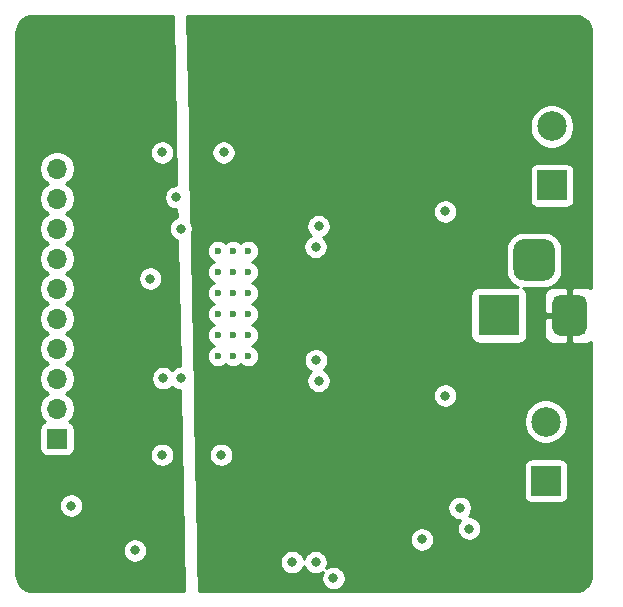
<source format=gbr>
%TF.GenerationSoftware,KiCad,Pcbnew,5.1.9-73d0e3b20d~88~ubuntu20.04.1*%
%TF.CreationDate,2021-06-05T19:46:01+02:00*%
%TF.ProjectId,pooky,706f6f6b-792e-46b6-9963-61645f706362,v1.00*%
%TF.SameCoordinates,Original*%
%TF.FileFunction,Copper,L3,Inr*%
%TF.FilePolarity,Positive*%
%FSLAX46Y46*%
G04 Gerber Fmt 4.6, Leading zero omitted, Abs format (unit mm)*
G04 Created by KiCad (PCBNEW 5.1.9-73d0e3b20d~88~ubuntu20.04.1) date 2021-06-05 19:46:01*
%MOMM*%
%LPD*%
G01*
G04 APERTURE LIST*
%TA.AperFunction,ComponentPad*%
%ADD10C,0.600000*%
%TD*%
%TA.AperFunction,ComponentPad*%
%ADD11R,3.500000X3.500000*%
%TD*%
%TA.AperFunction,ComponentPad*%
%ADD12C,2.500000*%
%TD*%
%TA.AperFunction,ComponentPad*%
%ADD13R,2.500000X2.500000*%
%TD*%
%TA.AperFunction,ComponentPad*%
%ADD14R,1.700000X1.700000*%
%TD*%
%TA.AperFunction,ComponentPad*%
%ADD15O,1.700000X1.700000*%
%TD*%
%TA.AperFunction,ViaPad*%
%ADD16C,0.800000*%
%TD*%
%TA.AperFunction,Conductor*%
%ADD17C,0.254000*%
%TD*%
%TA.AperFunction,Conductor*%
%ADD18C,0.100000*%
%TD*%
G04 APERTURE END LIST*
D10*
%TO.N,GND*%
%TO.C,U1*%
X167700000Y-95550000D03*
X169000000Y-95550000D03*
X170300000Y-95550000D03*
X170300000Y-97330000D03*
X169000000Y-97330000D03*
X167700000Y-97330000D03*
X170300000Y-99110000D03*
X169000000Y-99110000D03*
X167700000Y-99110000D03*
X170300000Y-100890000D03*
X169000000Y-100890000D03*
X167700000Y-100890000D03*
X170300000Y-102670000D03*
X169000000Y-102670000D03*
X167700000Y-102670000D03*
X170300000Y-104450000D03*
X169000000Y-104450000D03*
X167700000Y-104450000D03*
%TD*%
D11*
%TO.N,GND*%
%TO.C,J5*%
X191500000Y-101000000D03*
%TO.N,vin*%
%TA.AperFunction,ComponentPad*%
G36*
G01*
X199000000Y-100000000D02*
X199000000Y-102000000D01*
G75*
G02*
X198250000Y-102750000I-750000J0D01*
G01*
X196750000Y-102750000D01*
G75*
G02*
X196000000Y-102000000I0J750000D01*
G01*
X196000000Y-100000000D01*
G75*
G02*
X196750000Y-99250000I750000J0D01*
G01*
X198250000Y-99250000D01*
G75*
G02*
X199000000Y-100000000I0J-750000D01*
G01*
G37*
%TD.AperFunction*%
%TO.N,N/C*%
%TA.AperFunction,ComponentPad*%
G36*
G01*
X196250000Y-95425000D02*
X196250000Y-97175000D01*
G75*
G02*
X195375000Y-98050000I-875000J0D01*
G01*
X193625000Y-98050000D01*
G75*
G02*
X192750000Y-97175000I0J875000D01*
G01*
X192750000Y-95425000D01*
G75*
G02*
X193625000Y-94550000I875000J0D01*
G01*
X195375000Y-94550000D01*
G75*
G02*
X196250000Y-95425000I0J-875000D01*
G01*
G37*
%TD.AperFunction*%
%TD*%
D12*
%TO.N,Net-(C5-Pad2)*%
%TO.C,LS2*%
X196000000Y-85000000D03*
D13*
%TO.N,Net-(C6-Pad1)*%
X196000000Y-90000000D03*
%TD*%
%TO.N,Net-(C8-Pad1)*%
%TO.C,LS1*%
X195500000Y-115000000D03*
D12*
%TO.N,Net-(C7-Pad2)*%
X195500000Y-110000000D03*
%TD*%
D14*
%TO.N,GND*%
%TO.C,J1*%
X154100000Y-111430000D03*
D15*
%TO.N,+5V*%
X154100000Y-108890000D03*
%TO.N,i2c_scl*%
X154100000Y-106350000D03*
%TO.N,i2c_sda*%
X154100000Y-103810000D03*
%TO.N,i2s1_sd*%
X154100000Y-101270000D03*
%TO.N,i2s1_ws*%
X154100000Y-98730000D03*
%TO.N,i2s1_ck*%
X154100000Y-96190000D03*
%TO.N,adc_vin*%
X154100000Y-93650000D03*
%TO.N,tas_pdn*%
X154100000Y-91110000D03*
%TO.N,tas_fault*%
X154100000Y-88570000D03*
%TD*%
D16*
%TO.N,GND*%
X164580000Y-93660000D03*
X164580000Y-106320000D03*
X189000000Y-119050000D03*
X177500000Y-123250000D03*
X174000000Y-121900000D03*
X155300000Y-117100000D03*
X163100000Y-106320000D03*
X162000000Y-97890000D03*
X168199982Y-87200000D03*
X176249992Y-93440000D03*
X176000000Y-95200000D03*
X176250000Y-106550000D03*
X176030000Y-104800000D03*
X186960000Y-107790001D03*
X186960000Y-92200000D03*
X160700000Y-120900000D03*
X164200000Y-91000000D03*
X185000000Y-119969998D03*
X188200000Y-117300000D03*
X176000000Y-121900000D03*
X168000012Y-112800000D03*
X163000000Y-87200000D03*
X163000000Y-112800000D03*
%TO.N,vin*%
X169800000Y-87200000D03*
X172150000Y-93450000D03*
X172390000Y-95200000D03*
X172370000Y-104800000D03*
X172160000Y-106550000D03*
X171600000Y-95200000D03*
X171570000Y-104800000D03*
X166200000Y-89500000D03*
X189000000Y-120950000D03*
X185000000Y-122100000D03*
X170000000Y-112800000D03*
X175000000Y-112800000D03*
X175000000Y-87200000D03*
%TO.N,+3V3*%
X163080000Y-93670000D03*
X155300000Y-120900000D03*
%TD*%
D17*
%TO.N,vin*%
X198259659Y-75688625D02*
X198509429Y-75764035D01*
X198739792Y-75886522D01*
X198941980Y-76051422D01*
X199108286Y-76252450D01*
X199232378Y-76481954D01*
X199309531Y-76731195D01*
X199340000Y-77021088D01*
X199340000Y-98711716D01*
X199244180Y-98660498D01*
X199124482Y-98624188D01*
X199000000Y-98611928D01*
X197785750Y-98615000D01*
X197627000Y-98773750D01*
X197627000Y-100873000D01*
X197647000Y-100873000D01*
X197647000Y-101127000D01*
X197627000Y-101127000D01*
X197627000Y-103226250D01*
X197785750Y-103385000D01*
X199000000Y-103388072D01*
X199124482Y-103375812D01*
X199244180Y-103339502D01*
X199340001Y-103288284D01*
X199340001Y-122967711D01*
X199311375Y-123259660D01*
X199235965Y-123509429D01*
X199113477Y-123739794D01*
X198948579Y-123941979D01*
X198747546Y-124108288D01*
X198518046Y-124232378D01*
X198268805Y-124309531D01*
X197978911Y-124340000D01*
X166113826Y-124340000D01*
X166062988Y-121798061D01*
X172965000Y-121798061D01*
X172965000Y-122001939D01*
X173004774Y-122201898D01*
X173082795Y-122390256D01*
X173196063Y-122559774D01*
X173340226Y-122703937D01*
X173509744Y-122817205D01*
X173698102Y-122895226D01*
X173898061Y-122935000D01*
X174101939Y-122935000D01*
X174301898Y-122895226D01*
X174490256Y-122817205D01*
X174659774Y-122703937D01*
X174803937Y-122559774D01*
X174917205Y-122390256D01*
X174995226Y-122201898D01*
X175000000Y-122177897D01*
X175004774Y-122201898D01*
X175082795Y-122390256D01*
X175196063Y-122559774D01*
X175340226Y-122703937D01*
X175509744Y-122817205D01*
X175698102Y-122895226D01*
X175898061Y-122935000D01*
X176101939Y-122935000D01*
X176301898Y-122895226D01*
X176490256Y-122817205D01*
X176588072Y-122751847D01*
X176582795Y-122759744D01*
X176504774Y-122948102D01*
X176465000Y-123148061D01*
X176465000Y-123351939D01*
X176504774Y-123551898D01*
X176582795Y-123740256D01*
X176696063Y-123909774D01*
X176840226Y-124053937D01*
X177009744Y-124167205D01*
X177198102Y-124245226D01*
X177398061Y-124285000D01*
X177601939Y-124285000D01*
X177801898Y-124245226D01*
X177990256Y-124167205D01*
X178159774Y-124053937D01*
X178303937Y-123909774D01*
X178417205Y-123740256D01*
X178495226Y-123551898D01*
X178535000Y-123351939D01*
X178535000Y-123148061D01*
X178495226Y-122948102D01*
X178417205Y-122759744D01*
X178303937Y-122590226D01*
X178159774Y-122446063D01*
X177990256Y-122332795D01*
X177801898Y-122254774D01*
X177601939Y-122215000D01*
X177398061Y-122215000D01*
X177198102Y-122254774D01*
X177009744Y-122332795D01*
X176911928Y-122398153D01*
X176917205Y-122390256D01*
X176995226Y-122201898D01*
X177035000Y-122001939D01*
X177035000Y-121798061D01*
X176995226Y-121598102D01*
X176917205Y-121409744D01*
X176803937Y-121240226D01*
X176659774Y-121096063D01*
X176490256Y-120982795D01*
X176301898Y-120904774D01*
X176101939Y-120865000D01*
X175898061Y-120865000D01*
X175698102Y-120904774D01*
X175509744Y-120982795D01*
X175340226Y-121096063D01*
X175196063Y-121240226D01*
X175082795Y-121409744D01*
X175004774Y-121598102D01*
X175000000Y-121622103D01*
X174995226Y-121598102D01*
X174917205Y-121409744D01*
X174803937Y-121240226D01*
X174659774Y-121096063D01*
X174490256Y-120982795D01*
X174301898Y-120904774D01*
X174101939Y-120865000D01*
X173898061Y-120865000D01*
X173698102Y-120904774D01*
X173509744Y-120982795D01*
X173340226Y-121096063D01*
X173196063Y-121240226D01*
X173082795Y-121409744D01*
X173004774Y-121598102D01*
X172965000Y-121798061D01*
X166062988Y-121798061D01*
X166024388Y-119868059D01*
X183965000Y-119868059D01*
X183965000Y-120071937D01*
X184004774Y-120271896D01*
X184082795Y-120460254D01*
X184196063Y-120629772D01*
X184340226Y-120773935D01*
X184509744Y-120887203D01*
X184698102Y-120965224D01*
X184898061Y-121004998D01*
X185101939Y-121004998D01*
X185301898Y-120965224D01*
X185490256Y-120887203D01*
X185659774Y-120773935D01*
X185803937Y-120629772D01*
X185917205Y-120460254D01*
X185995226Y-120271896D01*
X186035000Y-120071937D01*
X186035000Y-119868059D01*
X185995226Y-119668100D01*
X185917205Y-119479742D01*
X185803937Y-119310224D01*
X185659774Y-119166061D01*
X185490256Y-119052793D01*
X185301898Y-118974772D01*
X185101939Y-118934998D01*
X184898061Y-118934998D01*
X184698102Y-118974772D01*
X184509744Y-119052793D01*
X184340226Y-119166061D01*
X184196063Y-119310224D01*
X184082795Y-119479742D01*
X184004774Y-119668100D01*
X183965000Y-119868059D01*
X166024388Y-119868059D01*
X165970989Y-117198061D01*
X187165000Y-117198061D01*
X187165000Y-117401939D01*
X187204774Y-117601898D01*
X187282795Y-117790256D01*
X187396063Y-117959774D01*
X187540226Y-118103937D01*
X187709744Y-118217205D01*
X187898102Y-118295226D01*
X188098061Y-118335000D01*
X188251289Y-118335000D01*
X188196063Y-118390226D01*
X188082795Y-118559744D01*
X188004774Y-118748102D01*
X187965000Y-118948061D01*
X187965000Y-119151939D01*
X188004774Y-119351898D01*
X188082795Y-119540256D01*
X188196063Y-119709774D01*
X188340226Y-119853937D01*
X188509744Y-119967205D01*
X188698102Y-120045226D01*
X188898061Y-120085000D01*
X189101939Y-120085000D01*
X189301898Y-120045226D01*
X189490256Y-119967205D01*
X189659774Y-119853937D01*
X189803937Y-119709774D01*
X189917205Y-119540256D01*
X189995226Y-119351898D01*
X190035000Y-119151939D01*
X190035000Y-118948061D01*
X189995226Y-118748102D01*
X189917205Y-118559744D01*
X189803937Y-118390226D01*
X189659774Y-118246063D01*
X189490256Y-118132795D01*
X189301898Y-118054774D01*
X189101939Y-118015000D01*
X188948711Y-118015000D01*
X189003937Y-117959774D01*
X189117205Y-117790256D01*
X189195226Y-117601898D01*
X189235000Y-117401939D01*
X189235000Y-117198061D01*
X189195226Y-116998102D01*
X189117205Y-116809744D01*
X189003937Y-116640226D01*
X188859774Y-116496063D01*
X188690256Y-116382795D01*
X188501898Y-116304774D01*
X188301939Y-116265000D01*
X188098061Y-116265000D01*
X187898102Y-116304774D01*
X187709744Y-116382795D01*
X187540226Y-116496063D01*
X187396063Y-116640226D01*
X187282795Y-116809744D01*
X187204774Y-116998102D01*
X187165000Y-117198061D01*
X165970989Y-117198061D01*
X165880988Y-112698061D01*
X166965012Y-112698061D01*
X166965012Y-112901939D01*
X167004786Y-113101898D01*
X167082807Y-113290256D01*
X167196075Y-113459774D01*
X167340238Y-113603937D01*
X167509756Y-113717205D01*
X167698114Y-113795226D01*
X167898073Y-113835000D01*
X168101951Y-113835000D01*
X168301910Y-113795226D01*
X168411094Y-113750000D01*
X193611928Y-113750000D01*
X193611928Y-116250000D01*
X193624188Y-116374482D01*
X193660498Y-116494180D01*
X193719463Y-116604494D01*
X193798815Y-116701185D01*
X193895506Y-116780537D01*
X194005820Y-116839502D01*
X194125518Y-116875812D01*
X194250000Y-116888072D01*
X196750000Y-116888072D01*
X196874482Y-116875812D01*
X196994180Y-116839502D01*
X197104494Y-116780537D01*
X197201185Y-116701185D01*
X197280537Y-116604494D01*
X197339502Y-116494180D01*
X197375812Y-116374482D01*
X197388072Y-116250000D01*
X197388072Y-113750000D01*
X197375812Y-113625518D01*
X197339502Y-113505820D01*
X197280537Y-113395506D01*
X197201185Y-113298815D01*
X197104494Y-113219463D01*
X196994180Y-113160498D01*
X196874482Y-113124188D01*
X196750000Y-113111928D01*
X194250000Y-113111928D01*
X194125518Y-113124188D01*
X194005820Y-113160498D01*
X193895506Y-113219463D01*
X193798815Y-113298815D01*
X193719463Y-113395506D01*
X193660498Y-113505820D01*
X193624188Y-113625518D01*
X193611928Y-113750000D01*
X168411094Y-113750000D01*
X168490268Y-113717205D01*
X168659786Y-113603937D01*
X168803949Y-113459774D01*
X168917217Y-113290256D01*
X168995238Y-113101898D01*
X169035012Y-112901939D01*
X169035012Y-112698061D01*
X168995238Y-112498102D01*
X168917217Y-112309744D01*
X168803949Y-112140226D01*
X168659786Y-111996063D01*
X168490268Y-111882795D01*
X168301910Y-111804774D01*
X168101951Y-111765000D01*
X167898073Y-111765000D01*
X167698114Y-111804774D01*
X167509756Y-111882795D01*
X167340238Y-111996063D01*
X167196075Y-112140226D01*
X167082807Y-112309744D01*
X167004786Y-112498102D01*
X166965012Y-112698061D01*
X165880988Y-112698061D01*
X165823314Y-109814344D01*
X193615000Y-109814344D01*
X193615000Y-110185656D01*
X193687439Y-110549834D01*
X193829534Y-110892882D01*
X194035825Y-111201618D01*
X194298382Y-111464175D01*
X194607118Y-111670466D01*
X194950166Y-111812561D01*
X195314344Y-111885000D01*
X195685656Y-111885000D01*
X196049834Y-111812561D01*
X196392882Y-111670466D01*
X196701618Y-111464175D01*
X196964175Y-111201618D01*
X197170466Y-110892882D01*
X197312561Y-110549834D01*
X197385000Y-110185656D01*
X197385000Y-109814344D01*
X197312561Y-109450166D01*
X197170466Y-109107118D01*
X196964175Y-108798382D01*
X196701618Y-108535825D01*
X196392882Y-108329534D01*
X196049834Y-108187439D01*
X195685656Y-108115000D01*
X195314344Y-108115000D01*
X194950166Y-108187439D01*
X194607118Y-108329534D01*
X194298382Y-108535825D01*
X194035825Y-108798382D01*
X193829534Y-109107118D01*
X193687439Y-109450166D01*
X193615000Y-109814344D01*
X165823314Y-109814344D01*
X165780788Y-107688062D01*
X185925000Y-107688062D01*
X185925000Y-107891940D01*
X185964774Y-108091899D01*
X186042795Y-108280257D01*
X186156063Y-108449775D01*
X186300226Y-108593938D01*
X186469744Y-108707206D01*
X186658102Y-108785227D01*
X186858061Y-108825001D01*
X187061939Y-108825001D01*
X187261898Y-108785227D01*
X187450256Y-108707206D01*
X187619774Y-108593938D01*
X187763937Y-108449775D01*
X187877205Y-108280257D01*
X187955226Y-108091899D01*
X187995000Y-107891940D01*
X187995000Y-107688062D01*
X187955226Y-107488103D01*
X187877205Y-107299745D01*
X187763937Y-107130227D01*
X187619774Y-106986064D01*
X187450256Y-106872796D01*
X187261898Y-106794775D01*
X187061939Y-106755001D01*
X186858061Y-106755001D01*
X186658102Y-106794775D01*
X186469744Y-106872796D01*
X186300226Y-106986064D01*
X186156063Y-107130227D01*
X186042795Y-107299745D01*
X185964774Y-107488103D01*
X185925000Y-107688062D01*
X165780788Y-107688062D01*
X165536184Y-95457911D01*
X166765000Y-95457911D01*
X166765000Y-95642089D01*
X166800932Y-95822729D01*
X166871414Y-95992889D01*
X166973738Y-96146028D01*
X167103972Y-96276262D01*
X167257111Y-96378586D01*
X167405379Y-96440000D01*
X167257111Y-96501414D01*
X167103972Y-96603738D01*
X166973738Y-96733972D01*
X166871414Y-96887111D01*
X166800932Y-97057271D01*
X166765000Y-97237911D01*
X166765000Y-97422089D01*
X166800932Y-97602729D01*
X166871414Y-97772889D01*
X166973738Y-97926028D01*
X167103972Y-98056262D01*
X167257111Y-98158586D01*
X167405379Y-98220000D01*
X167257111Y-98281414D01*
X167103972Y-98383738D01*
X166973738Y-98513972D01*
X166871414Y-98667111D01*
X166800932Y-98837271D01*
X166765000Y-99017911D01*
X166765000Y-99202089D01*
X166800932Y-99382729D01*
X166871414Y-99552889D01*
X166973738Y-99706028D01*
X167103972Y-99836262D01*
X167257111Y-99938586D01*
X167405379Y-100000000D01*
X167257111Y-100061414D01*
X167103972Y-100163738D01*
X166973738Y-100293972D01*
X166871414Y-100447111D01*
X166800932Y-100617271D01*
X166765000Y-100797911D01*
X166765000Y-100982089D01*
X166800932Y-101162729D01*
X166871414Y-101332889D01*
X166973738Y-101486028D01*
X167103972Y-101616262D01*
X167257111Y-101718586D01*
X167405379Y-101780000D01*
X167257111Y-101841414D01*
X167103972Y-101943738D01*
X166973738Y-102073972D01*
X166871414Y-102227111D01*
X166800932Y-102397271D01*
X166765000Y-102577911D01*
X166765000Y-102762089D01*
X166800932Y-102942729D01*
X166871414Y-103112889D01*
X166973738Y-103266028D01*
X167103972Y-103396262D01*
X167257111Y-103498586D01*
X167405379Y-103560000D01*
X167257111Y-103621414D01*
X167103972Y-103723738D01*
X166973738Y-103853972D01*
X166871414Y-104007111D01*
X166800932Y-104177271D01*
X166765000Y-104357911D01*
X166765000Y-104542089D01*
X166800932Y-104722729D01*
X166871414Y-104892889D01*
X166973738Y-105046028D01*
X167103972Y-105176262D01*
X167257111Y-105278586D01*
X167427271Y-105349068D01*
X167607911Y-105385000D01*
X167792089Y-105385000D01*
X167972729Y-105349068D01*
X168142889Y-105278586D01*
X168296028Y-105176262D01*
X168350000Y-105122290D01*
X168403972Y-105176262D01*
X168557111Y-105278586D01*
X168727271Y-105349068D01*
X168907911Y-105385000D01*
X169092089Y-105385000D01*
X169272729Y-105349068D01*
X169442889Y-105278586D01*
X169596028Y-105176262D01*
X169650000Y-105122290D01*
X169703972Y-105176262D01*
X169857111Y-105278586D01*
X170027271Y-105349068D01*
X170207911Y-105385000D01*
X170392089Y-105385000D01*
X170572729Y-105349068D01*
X170742889Y-105278586D01*
X170896028Y-105176262D01*
X171026262Y-105046028D01*
X171128586Y-104892889D01*
X171199068Y-104722729D01*
X171203974Y-104698061D01*
X174995000Y-104698061D01*
X174995000Y-104901939D01*
X175034774Y-105101898D01*
X175112795Y-105290256D01*
X175226063Y-105459774D01*
X175370226Y-105603937D01*
X175539744Y-105717205D01*
X175597569Y-105741157D01*
X175590226Y-105746063D01*
X175446063Y-105890226D01*
X175332795Y-106059744D01*
X175254774Y-106248102D01*
X175215000Y-106448061D01*
X175215000Y-106651939D01*
X175254774Y-106851898D01*
X175332795Y-107040256D01*
X175446063Y-107209774D01*
X175590226Y-107353937D01*
X175759744Y-107467205D01*
X175948102Y-107545226D01*
X176148061Y-107585000D01*
X176351939Y-107585000D01*
X176551898Y-107545226D01*
X176740256Y-107467205D01*
X176909774Y-107353937D01*
X177053937Y-107209774D01*
X177167205Y-107040256D01*
X177245226Y-106851898D01*
X177285000Y-106651939D01*
X177285000Y-106448061D01*
X177245226Y-106248102D01*
X177167205Y-106059744D01*
X177053937Y-105890226D01*
X176909774Y-105746063D01*
X176740256Y-105632795D01*
X176682431Y-105608843D01*
X176689774Y-105603937D01*
X176833937Y-105459774D01*
X176947205Y-105290256D01*
X177025226Y-105101898D01*
X177065000Y-104901939D01*
X177065000Y-104698061D01*
X177025226Y-104498102D01*
X176947205Y-104309744D01*
X176833937Y-104140226D01*
X176689774Y-103996063D01*
X176520256Y-103882795D01*
X176331898Y-103804774D01*
X176131939Y-103765000D01*
X175928061Y-103765000D01*
X175728102Y-103804774D01*
X175539744Y-103882795D01*
X175370226Y-103996063D01*
X175226063Y-104140226D01*
X175112795Y-104309744D01*
X175034774Y-104498102D01*
X174995000Y-104698061D01*
X171203974Y-104698061D01*
X171235000Y-104542089D01*
X171235000Y-104357911D01*
X171199068Y-104177271D01*
X171128586Y-104007111D01*
X171026262Y-103853972D01*
X170896028Y-103723738D01*
X170742889Y-103621414D01*
X170594621Y-103560000D01*
X170742889Y-103498586D01*
X170896028Y-103396262D01*
X171026262Y-103266028D01*
X171128586Y-103112889D01*
X171199068Y-102942729D01*
X171235000Y-102762089D01*
X171235000Y-102577911D01*
X171199068Y-102397271D01*
X171128586Y-102227111D01*
X171026262Y-102073972D01*
X170896028Y-101943738D01*
X170742889Y-101841414D01*
X170594621Y-101780000D01*
X170742889Y-101718586D01*
X170896028Y-101616262D01*
X171026262Y-101486028D01*
X171128586Y-101332889D01*
X171199068Y-101162729D01*
X171235000Y-100982089D01*
X171235000Y-100797911D01*
X171199068Y-100617271D01*
X171128586Y-100447111D01*
X171026262Y-100293972D01*
X170896028Y-100163738D01*
X170742889Y-100061414D01*
X170594621Y-100000000D01*
X170742889Y-99938586D01*
X170896028Y-99836262D01*
X171026262Y-99706028D01*
X171128586Y-99552889D01*
X171199068Y-99382729D01*
X171225469Y-99250000D01*
X189111928Y-99250000D01*
X189111928Y-102750000D01*
X189124188Y-102874482D01*
X189160498Y-102994180D01*
X189219463Y-103104494D01*
X189298815Y-103201185D01*
X189395506Y-103280537D01*
X189505820Y-103339502D01*
X189625518Y-103375812D01*
X189750000Y-103388072D01*
X193250000Y-103388072D01*
X193374482Y-103375812D01*
X193494180Y-103339502D01*
X193604494Y-103280537D01*
X193701185Y-103201185D01*
X193780537Y-103104494D01*
X193839502Y-102994180D01*
X193875812Y-102874482D01*
X193888072Y-102750000D01*
X195361928Y-102750000D01*
X195374188Y-102874482D01*
X195410498Y-102994180D01*
X195469463Y-103104494D01*
X195548815Y-103201185D01*
X195645506Y-103280537D01*
X195755820Y-103339502D01*
X195875518Y-103375812D01*
X196000000Y-103388072D01*
X197214250Y-103385000D01*
X197373000Y-103226250D01*
X197373000Y-101127000D01*
X195523750Y-101127000D01*
X195365000Y-101285750D01*
X195361928Y-102750000D01*
X193888072Y-102750000D01*
X193888072Y-99250000D01*
X195361928Y-99250000D01*
X195365000Y-100714250D01*
X195523750Y-100873000D01*
X197373000Y-100873000D01*
X197373000Y-98773750D01*
X197214250Y-98615000D01*
X196000000Y-98611928D01*
X195875518Y-98624188D01*
X195755820Y-98660498D01*
X195645506Y-98719463D01*
X195548815Y-98798815D01*
X195469463Y-98895506D01*
X195410498Y-99005820D01*
X195374188Y-99125518D01*
X195361928Y-99250000D01*
X193888072Y-99250000D01*
X193875812Y-99125518D01*
X193839502Y-99005820D01*
X193780537Y-98895506D01*
X193701185Y-98798815D01*
X193604494Y-98719463D01*
X193527869Y-98678506D01*
X193625000Y-98688072D01*
X195375000Y-98688072D01*
X195670186Y-98658999D01*
X195954028Y-98572896D01*
X196215618Y-98433073D01*
X196444903Y-98244903D01*
X196633073Y-98015618D01*
X196772896Y-97754028D01*
X196858999Y-97470186D01*
X196888072Y-97175000D01*
X196888072Y-95425000D01*
X196858999Y-95129814D01*
X196772896Y-94845972D01*
X196633073Y-94584382D01*
X196444903Y-94355097D01*
X196215618Y-94166927D01*
X195954028Y-94027104D01*
X195670186Y-93941001D01*
X195375000Y-93911928D01*
X193625000Y-93911928D01*
X193329814Y-93941001D01*
X193045972Y-94027104D01*
X192784382Y-94166927D01*
X192555097Y-94355097D01*
X192366927Y-94584382D01*
X192227104Y-94845972D01*
X192141001Y-95129814D01*
X192111928Y-95425000D01*
X192111928Y-97175000D01*
X192141001Y-97470186D01*
X192227104Y-97754028D01*
X192366927Y-98015618D01*
X192555097Y-98244903D01*
X192784382Y-98433073D01*
X193045972Y-98572896D01*
X193174643Y-98611928D01*
X189750000Y-98611928D01*
X189625518Y-98624188D01*
X189505820Y-98660498D01*
X189395506Y-98719463D01*
X189298815Y-98798815D01*
X189219463Y-98895506D01*
X189160498Y-99005820D01*
X189124188Y-99125518D01*
X189111928Y-99250000D01*
X171225469Y-99250000D01*
X171235000Y-99202089D01*
X171235000Y-99017911D01*
X171199068Y-98837271D01*
X171128586Y-98667111D01*
X171026262Y-98513972D01*
X170896028Y-98383738D01*
X170742889Y-98281414D01*
X170594621Y-98220000D01*
X170742889Y-98158586D01*
X170896028Y-98056262D01*
X171026262Y-97926028D01*
X171128586Y-97772889D01*
X171199068Y-97602729D01*
X171235000Y-97422089D01*
X171235000Y-97237911D01*
X171199068Y-97057271D01*
X171128586Y-96887111D01*
X171026262Y-96733972D01*
X170896028Y-96603738D01*
X170742889Y-96501414D01*
X170594621Y-96440000D01*
X170742889Y-96378586D01*
X170896028Y-96276262D01*
X171026262Y-96146028D01*
X171128586Y-95992889D01*
X171199068Y-95822729D01*
X171235000Y-95642089D01*
X171235000Y-95457911D01*
X171199068Y-95277271D01*
X171128586Y-95107111D01*
X171122539Y-95098061D01*
X174965000Y-95098061D01*
X174965000Y-95301939D01*
X175004774Y-95501898D01*
X175082795Y-95690256D01*
X175196063Y-95859774D01*
X175340226Y-96003937D01*
X175509744Y-96117205D01*
X175698102Y-96195226D01*
X175898061Y-96235000D01*
X176101939Y-96235000D01*
X176301898Y-96195226D01*
X176490256Y-96117205D01*
X176659774Y-96003937D01*
X176803937Y-95859774D01*
X176917205Y-95690256D01*
X176995226Y-95501898D01*
X177035000Y-95301939D01*
X177035000Y-95098061D01*
X176995226Y-94898102D01*
X176917205Y-94709744D01*
X176803937Y-94540226D01*
X176659774Y-94396063D01*
X176654670Y-94392653D01*
X176740248Y-94357205D01*
X176909766Y-94243937D01*
X177053929Y-94099774D01*
X177167197Y-93930256D01*
X177245218Y-93741898D01*
X177284992Y-93541939D01*
X177284992Y-93338061D01*
X177245218Y-93138102D01*
X177167197Y-92949744D01*
X177053929Y-92780226D01*
X176909766Y-92636063D01*
X176740248Y-92522795D01*
X176551890Y-92444774D01*
X176351931Y-92405000D01*
X176148053Y-92405000D01*
X175948094Y-92444774D01*
X175759736Y-92522795D01*
X175590218Y-92636063D01*
X175446055Y-92780226D01*
X175332787Y-92949744D01*
X175254766Y-93138102D01*
X175214992Y-93338061D01*
X175214992Y-93541939D01*
X175254766Y-93741898D01*
X175332787Y-93930256D01*
X175446055Y-94099774D01*
X175590218Y-94243937D01*
X175595322Y-94247347D01*
X175509744Y-94282795D01*
X175340226Y-94396063D01*
X175196063Y-94540226D01*
X175082795Y-94709744D01*
X175004774Y-94898102D01*
X174965000Y-95098061D01*
X171122539Y-95098061D01*
X171026262Y-94953972D01*
X170896028Y-94823738D01*
X170742889Y-94721414D01*
X170572729Y-94650932D01*
X170392089Y-94615000D01*
X170207911Y-94615000D01*
X170027271Y-94650932D01*
X169857111Y-94721414D01*
X169703972Y-94823738D01*
X169650000Y-94877710D01*
X169596028Y-94823738D01*
X169442889Y-94721414D01*
X169272729Y-94650932D01*
X169092089Y-94615000D01*
X168907911Y-94615000D01*
X168727271Y-94650932D01*
X168557111Y-94721414D01*
X168403972Y-94823738D01*
X168350000Y-94877710D01*
X168296028Y-94823738D01*
X168142889Y-94721414D01*
X167972729Y-94650932D01*
X167792089Y-94615000D01*
X167607911Y-94615000D01*
X167427271Y-94650932D01*
X167257111Y-94721414D01*
X167103972Y-94823738D01*
X166973738Y-94953972D01*
X166871414Y-95107111D01*
X166800932Y-95277271D01*
X166765000Y-95457911D01*
X165536184Y-95457911D01*
X165509440Y-94120717D01*
X165575226Y-93961898D01*
X165615000Y-93761939D01*
X165615000Y-93558061D01*
X165575226Y-93358102D01*
X165497205Y-93169744D01*
X165490212Y-93159278D01*
X165468988Y-92098061D01*
X185925000Y-92098061D01*
X185925000Y-92301939D01*
X185964774Y-92501898D01*
X186042795Y-92690256D01*
X186156063Y-92859774D01*
X186300226Y-93003937D01*
X186469744Y-93117205D01*
X186658102Y-93195226D01*
X186858061Y-93235000D01*
X187061939Y-93235000D01*
X187261898Y-93195226D01*
X187450256Y-93117205D01*
X187619774Y-93003937D01*
X187763937Y-92859774D01*
X187877205Y-92690256D01*
X187955226Y-92501898D01*
X187995000Y-92301939D01*
X187995000Y-92098061D01*
X187955226Y-91898102D01*
X187877205Y-91709744D01*
X187763937Y-91540226D01*
X187619774Y-91396063D01*
X187450256Y-91282795D01*
X187261898Y-91204774D01*
X187061939Y-91165000D01*
X186858061Y-91165000D01*
X186658102Y-91204774D01*
X186469744Y-91282795D01*
X186300226Y-91396063D01*
X186156063Y-91540226D01*
X186042795Y-91709744D01*
X185964774Y-91898102D01*
X185925000Y-92098061D01*
X165468988Y-92098061D01*
X165402027Y-88750000D01*
X194111928Y-88750000D01*
X194111928Y-91250000D01*
X194124188Y-91374482D01*
X194160498Y-91494180D01*
X194219463Y-91604494D01*
X194298815Y-91701185D01*
X194395506Y-91780537D01*
X194505820Y-91839502D01*
X194625518Y-91875812D01*
X194750000Y-91888072D01*
X197250000Y-91888072D01*
X197374482Y-91875812D01*
X197494180Y-91839502D01*
X197604494Y-91780537D01*
X197701185Y-91701185D01*
X197780537Y-91604494D01*
X197839502Y-91494180D01*
X197875812Y-91374482D01*
X197888072Y-91250000D01*
X197888072Y-88750000D01*
X197875812Y-88625518D01*
X197839502Y-88505820D01*
X197780537Y-88395506D01*
X197701185Y-88298815D01*
X197604494Y-88219463D01*
X197494180Y-88160498D01*
X197374482Y-88124188D01*
X197250000Y-88111928D01*
X194750000Y-88111928D01*
X194625518Y-88124188D01*
X194505820Y-88160498D01*
X194395506Y-88219463D01*
X194298815Y-88298815D01*
X194219463Y-88395506D01*
X194160498Y-88505820D01*
X194124188Y-88625518D01*
X194111928Y-88750000D01*
X165402027Y-88750000D01*
X165368988Y-87098061D01*
X167164982Y-87098061D01*
X167164982Y-87301939D01*
X167204756Y-87501898D01*
X167282777Y-87690256D01*
X167396045Y-87859774D01*
X167540208Y-88003937D01*
X167709726Y-88117205D01*
X167898084Y-88195226D01*
X168098043Y-88235000D01*
X168301921Y-88235000D01*
X168501880Y-88195226D01*
X168690238Y-88117205D01*
X168859756Y-88003937D01*
X169003919Y-87859774D01*
X169117187Y-87690256D01*
X169195208Y-87501898D01*
X169234982Y-87301939D01*
X169234982Y-87098061D01*
X169195208Y-86898102D01*
X169117187Y-86709744D01*
X169003919Y-86540226D01*
X168859756Y-86396063D01*
X168690238Y-86282795D01*
X168501880Y-86204774D01*
X168301921Y-86165000D01*
X168098043Y-86165000D01*
X167898084Y-86204774D01*
X167709726Y-86282795D01*
X167540208Y-86396063D01*
X167396045Y-86540226D01*
X167282777Y-86709744D01*
X167204756Y-86898102D01*
X167164982Y-87098061D01*
X165368988Y-87098061D01*
X165323314Y-84814344D01*
X194115000Y-84814344D01*
X194115000Y-85185656D01*
X194187439Y-85549834D01*
X194329534Y-85892882D01*
X194535825Y-86201618D01*
X194798382Y-86464175D01*
X195107118Y-86670466D01*
X195450166Y-86812561D01*
X195814344Y-86885000D01*
X196185656Y-86885000D01*
X196549834Y-86812561D01*
X196892882Y-86670466D01*
X197201618Y-86464175D01*
X197464175Y-86201618D01*
X197670466Y-85892882D01*
X197812561Y-85549834D01*
X197885000Y-85185656D01*
X197885000Y-84814344D01*
X197812561Y-84450166D01*
X197670466Y-84107118D01*
X197464175Y-83798382D01*
X197201618Y-83535825D01*
X196892882Y-83329534D01*
X196549834Y-83187439D01*
X196185656Y-83115000D01*
X195814344Y-83115000D01*
X195450166Y-83187439D01*
X195107118Y-83329534D01*
X194798382Y-83535825D01*
X194535825Y-83798382D01*
X194329534Y-84107118D01*
X194187439Y-84450166D01*
X194115000Y-84814344D01*
X165323314Y-84814344D01*
X165140226Y-75660000D01*
X197967721Y-75660000D01*
X198259659Y-75688625D01*
%TA.AperFunction,Conductor*%
D18*
G36*
X198259659Y-75688625D02*
G01*
X198509429Y-75764035D01*
X198739792Y-75886522D01*
X198941980Y-76051422D01*
X199108286Y-76252450D01*
X199232378Y-76481954D01*
X199309531Y-76731195D01*
X199340000Y-77021088D01*
X199340000Y-98711716D01*
X199244180Y-98660498D01*
X199124482Y-98624188D01*
X199000000Y-98611928D01*
X197785750Y-98615000D01*
X197627000Y-98773750D01*
X197627000Y-100873000D01*
X197647000Y-100873000D01*
X197647000Y-101127000D01*
X197627000Y-101127000D01*
X197627000Y-103226250D01*
X197785750Y-103385000D01*
X199000000Y-103388072D01*
X199124482Y-103375812D01*
X199244180Y-103339502D01*
X199340001Y-103288284D01*
X199340001Y-122967711D01*
X199311375Y-123259660D01*
X199235965Y-123509429D01*
X199113477Y-123739794D01*
X198948579Y-123941979D01*
X198747546Y-124108288D01*
X198518046Y-124232378D01*
X198268805Y-124309531D01*
X197978911Y-124340000D01*
X166113826Y-124340000D01*
X166062988Y-121798061D01*
X172965000Y-121798061D01*
X172965000Y-122001939D01*
X173004774Y-122201898D01*
X173082795Y-122390256D01*
X173196063Y-122559774D01*
X173340226Y-122703937D01*
X173509744Y-122817205D01*
X173698102Y-122895226D01*
X173898061Y-122935000D01*
X174101939Y-122935000D01*
X174301898Y-122895226D01*
X174490256Y-122817205D01*
X174659774Y-122703937D01*
X174803937Y-122559774D01*
X174917205Y-122390256D01*
X174995226Y-122201898D01*
X175000000Y-122177897D01*
X175004774Y-122201898D01*
X175082795Y-122390256D01*
X175196063Y-122559774D01*
X175340226Y-122703937D01*
X175509744Y-122817205D01*
X175698102Y-122895226D01*
X175898061Y-122935000D01*
X176101939Y-122935000D01*
X176301898Y-122895226D01*
X176490256Y-122817205D01*
X176588072Y-122751847D01*
X176582795Y-122759744D01*
X176504774Y-122948102D01*
X176465000Y-123148061D01*
X176465000Y-123351939D01*
X176504774Y-123551898D01*
X176582795Y-123740256D01*
X176696063Y-123909774D01*
X176840226Y-124053937D01*
X177009744Y-124167205D01*
X177198102Y-124245226D01*
X177398061Y-124285000D01*
X177601939Y-124285000D01*
X177801898Y-124245226D01*
X177990256Y-124167205D01*
X178159774Y-124053937D01*
X178303937Y-123909774D01*
X178417205Y-123740256D01*
X178495226Y-123551898D01*
X178535000Y-123351939D01*
X178535000Y-123148061D01*
X178495226Y-122948102D01*
X178417205Y-122759744D01*
X178303937Y-122590226D01*
X178159774Y-122446063D01*
X177990256Y-122332795D01*
X177801898Y-122254774D01*
X177601939Y-122215000D01*
X177398061Y-122215000D01*
X177198102Y-122254774D01*
X177009744Y-122332795D01*
X176911928Y-122398153D01*
X176917205Y-122390256D01*
X176995226Y-122201898D01*
X177035000Y-122001939D01*
X177035000Y-121798061D01*
X176995226Y-121598102D01*
X176917205Y-121409744D01*
X176803937Y-121240226D01*
X176659774Y-121096063D01*
X176490256Y-120982795D01*
X176301898Y-120904774D01*
X176101939Y-120865000D01*
X175898061Y-120865000D01*
X175698102Y-120904774D01*
X175509744Y-120982795D01*
X175340226Y-121096063D01*
X175196063Y-121240226D01*
X175082795Y-121409744D01*
X175004774Y-121598102D01*
X175000000Y-121622103D01*
X174995226Y-121598102D01*
X174917205Y-121409744D01*
X174803937Y-121240226D01*
X174659774Y-121096063D01*
X174490256Y-120982795D01*
X174301898Y-120904774D01*
X174101939Y-120865000D01*
X173898061Y-120865000D01*
X173698102Y-120904774D01*
X173509744Y-120982795D01*
X173340226Y-121096063D01*
X173196063Y-121240226D01*
X173082795Y-121409744D01*
X173004774Y-121598102D01*
X172965000Y-121798061D01*
X166062988Y-121798061D01*
X166024388Y-119868059D01*
X183965000Y-119868059D01*
X183965000Y-120071937D01*
X184004774Y-120271896D01*
X184082795Y-120460254D01*
X184196063Y-120629772D01*
X184340226Y-120773935D01*
X184509744Y-120887203D01*
X184698102Y-120965224D01*
X184898061Y-121004998D01*
X185101939Y-121004998D01*
X185301898Y-120965224D01*
X185490256Y-120887203D01*
X185659774Y-120773935D01*
X185803937Y-120629772D01*
X185917205Y-120460254D01*
X185995226Y-120271896D01*
X186035000Y-120071937D01*
X186035000Y-119868059D01*
X185995226Y-119668100D01*
X185917205Y-119479742D01*
X185803937Y-119310224D01*
X185659774Y-119166061D01*
X185490256Y-119052793D01*
X185301898Y-118974772D01*
X185101939Y-118934998D01*
X184898061Y-118934998D01*
X184698102Y-118974772D01*
X184509744Y-119052793D01*
X184340226Y-119166061D01*
X184196063Y-119310224D01*
X184082795Y-119479742D01*
X184004774Y-119668100D01*
X183965000Y-119868059D01*
X166024388Y-119868059D01*
X165970989Y-117198061D01*
X187165000Y-117198061D01*
X187165000Y-117401939D01*
X187204774Y-117601898D01*
X187282795Y-117790256D01*
X187396063Y-117959774D01*
X187540226Y-118103937D01*
X187709744Y-118217205D01*
X187898102Y-118295226D01*
X188098061Y-118335000D01*
X188251289Y-118335000D01*
X188196063Y-118390226D01*
X188082795Y-118559744D01*
X188004774Y-118748102D01*
X187965000Y-118948061D01*
X187965000Y-119151939D01*
X188004774Y-119351898D01*
X188082795Y-119540256D01*
X188196063Y-119709774D01*
X188340226Y-119853937D01*
X188509744Y-119967205D01*
X188698102Y-120045226D01*
X188898061Y-120085000D01*
X189101939Y-120085000D01*
X189301898Y-120045226D01*
X189490256Y-119967205D01*
X189659774Y-119853937D01*
X189803937Y-119709774D01*
X189917205Y-119540256D01*
X189995226Y-119351898D01*
X190035000Y-119151939D01*
X190035000Y-118948061D01*
X189995226Y-118748102D01*
X189917205Y-118559744D01*
X189803937Y-118390226D01*
X189659774Y-118246063D01*
X189490256Y-118132795D01*
X189301898Y-118054774D01*
X189101939Y-118015000D01*
X188948711Y-118015000D01*
X189003937Y-117959774D01*
X189117205Y-117790256D01*
X189195226Y-117601898D01*
X189235000Y-117401939D01*
X189235000Y-117198061D01*
X189195226Y-116998102D01*
X189117205Y-116809744D01*
X189003937Y-116640226D01*
X188859774Y-116496063D01*
X188690256Y-116382795D01*
X188501898Y-116304774D01*
X188301939Y-116265000D01*
X188098061Y-116265000D01*
X187898102Y-116304774D01*
X187709744Y-116382795D01*
X187540226Y-116496063D01*
X187396063Y-116640226D01*
X187282795Y-116809744D01*
X187204774Y-116998102D01*
X187165000Y-117198061D01*
X165970989Y-117198061D01*
X165880988Y-112698061D01*
X166965012Y-112698061D01*
X166965012Y-112901939D01*
X167004786Y-113101898D01*
X167082807Y-113290256D01*
X167196075Y-113459774D01*
X167340238Y-113603937D01*
X167509756Y-113717205D01*
X167698114Y-113795226D01*
X167898073Y-113835000D01*
X168101951Y-113835000D01*
X168301910Y-113795226D01*
X168411094Y-113750000D01*
X193611928Y-113750000D01*
X193611928Y-116250000D01*
X193624188Y-116374482D01*
X193660498Y-116494180D01*
X193719463Y-116604494D01*
X193798815Y-116701185D01*
X193895506Y-116780537D01*
X194005820Y-116839502D01*
X194125518Y-116875812D01*
X194250000Y-116888072D01*
X196750000Y-116888072D01*
X196874482Y-116875812D01*
X196994180Y-116839502D01*
X197104494Y-116780537D01*
X197201185Y-116701185D01*
X197280537Y-116604494D01*
X197339502Y-116494180D01*
X197375812Y-116374482D01*
X197388072Y-116250000D01*
X197388072Y-113750000D01*
X197375812Y-113625518D01*
X197339502Y-113505820D01*
X197280537Y-113395506D01*
X197201185Y-113298815D01*
X197104494Y-113219463D01*
X196994180Y-113160498D01*
X196874482Y-113124188D01*
X196750000Y-113111928D01*
X194250000Y-113111928D01*
X194125518Y-113124188D01*
X194005820Y-113160498D01*
X193895506Y-113219463D01*
X193798815Y-113298815D01*
X193719463Y-113395506D01*
X193660498Y-113505820D01*
X193624188Y-113625518D01*
X193611928Y-113750000D01*
X168411094Y-113750000D01*
X168490268Y-113717205D01*
X168659786Y-113603937D01*
X168803949Y-113459774D01*
X168917217Y-113290256D01*
X168995238Y-113101898D01*
X169035012Y-112901939D01*
X169035012Y-112698061D01*
X168995238Y-112498102D01*
X168917217Y-112309744D01*
X168803949Y-112140226D01*
X168659786Y-111996063D01*
X168490268Y-111882795D01*
X168301910Y-111804774D01*
X168101951Y-111765000D01*
X167898073Y-111765000D01*
X167698114Y-111804774D01*
X167509756Y-111882795D01*
X167340238Y-111996063D01*
X167196075Y-112140226D01*
X167082807Y-112309744D01*
X167004786Y-112498102D01*
X166965012Y-112698061D01*
X165880988Y-112698061D01*
X165823314Y-109814344D01*
X193615000Y-109814344D01*
X193615000Y-110185656D01*
X193687439Y-110549834D01*
X193829534Y-110892882D01*
X194035825Y-111201618D01*
X194298382Y-111464175D01*
X194607118Y-111670466D01*
X194950166Y-111812561D01*
X195314344Y-111885000D01*
X195685656Y-111885000D01*
X196049834Y-111812561D01*
X196392882Y-111670466D01*
X196701618Y-111464175D01*
X196964175Y-111201618D01*
X197170466Y-110892882D01*
X197312561Y-110549834D01*
X197385000Y-110185656D01*
X197385000Y-109814344D01*
X197312561Y-109450166D01*
X197170466Y-109107118D01*
X196964175Y-108798382D01*
X196701618Y-108535825D01*
X196392882Y-108329534D01*
X196049834Y-108187439D01*
X195685656Y-108115000D01*
X195314344Y-108115000D01*
X194950166Y-108187439D01*
X194607118Y-108329534D01*
X194298382Y-108535825D01*
X194035825Y-108798382D01*
X193829534Y-109107118D01*
X193687439Y-109450166D01*
X193615000Y-109814344D01*
X165823314Y-109814344D01*
X165780788Y-107688062D01*
X185925000Y-107688062D01*
X185925000Y-107891940D01*
X185964774Y-108091899D01*
X186042795Y-108280257D01*
X186156063Y-108449775D01*
X186300226Y-108593938D01*
X186469744Y-108707206D01*
X186658102Y-108785227D01*
X186858061Y-108825001D01*
X187061939Y-108825001D01*
X187261898Y-108785227D01*
X187450256Y-108707206D01*
X187619774Y-108593938D01*
X187763937Y-108449775D01*
X187877205Y-108280257D01*
X187955226Y-108091899D01*
X187995000Y-107891940D01*
X187995000Y-107688062D01*
X187955226Y-107488103D01*
X187877205Y-107299745D01*
X187763937Y-107130227D01*
X187619774Y-106986064D01*
X187450256Y-106872796D01*
X187261898Y-106794775D01*
X187061939Y-106755001D01*
X186858061Y-106755001D01*
X186658102Y-106794775D01*
X186469744Y-106872796D01*
X186300226Y-106986064D01*
X186156063Y-107130227D01*
X186042795Y-107299745D01*
X185964774Y-107488103D01*
X185925000Y-107688062D01*
X165780788Y-107688062D01*
X165536184Y-95457911D01*
X166765000Y-95457911D01*
X166765000Y-95642089D01*
X166800932Y-95822729D01*
X166871414Y-95992889D01*
X166973738Y-96146028D01*
X167103972Y-96276262D01*
X167257111Y-96378586D01*
X167405379Y-96440000D01*
X167257111Y-96501414D01*
X167103972Y-96603738D01*
X166973738Y-96733972D01*
X166871414Y-96887111D01*
X166800932Y-97057271D01*
X166765000Y-97237911D01*
X166765000Y-97422089D01*
X166800932Y-97602729D01*
X166871414Y-97772889D01*
X166973738Y-97926028D01*
X167103972Y-98056262D01*
X167257111Y-98158586D01*
X167405379Y-98220000D01*
X167257111Y-98281414D01*
X167103972Y-98383738D01*
X166973738Y-98513972D01*
X166871414Y-98667111D01*
X166800932Y-98837271D01*
X166765000Y-99017911D01*
X166765000Y-99202089D01*
X166800932Y-99382729D01*
X166871414Y-99552889D01*
X166973738Y-99706028D01*
X167103972Y-99836262D01*
X167257111Y-99938586D01*
X167405379Y-100000000D01*
X167257111Y-100061414D01*
X167103972Y-100163738D01*
X166973738Y-100293972D01*
X166871414Y-100447111D01*
X166800932Y-100617271D01*
X166765000Y-100797911D01*
X166765000Y-100982089D01*
X166800932Y-101162729D01*
X166871414Y-101332889D01*
X166973738Y-101486028D01*
X167103972Y-101616262D01*
X167257111Y-101718586D01*
X167405379Y-101780000D01*
X167257111Y-101841414D01*
X167103972Y-101943738D01*
X166973738Y-102073972D01*
X166871414Y-102227111D01*
X166800932Y-102397271D01*
X166765000Y-102577911D01*
X166765000Y-102762089D01*
X166800932Y-102942729D01*
X166871414Y-103112889D01*
X166973738Y-103266028D01*
X167103972Y-103396262D01*
X167257111Y-103498586D01*
X167405379Y-103560000D01*
X167257111Y-103621414D01*
X167103972Y-103723738D01*
X166973738Y-103853972D01*
X166871414Y-104007111D01*
X166800932Y-104177271D01*
X166765000Y-104357911D01*
X166765000Y-104542089D01*
X166800932Y-104722729D01*
X166871414Y-104892889D01*
X166973738Y-105046028D01*
X167103972Y-105176262D01*
X167257111Y-105278586D01*
X167427271Y-105349068D01*
X167607911Y-105385000D01*
X167792089Y-105385000D01*
X167972729Y-105349068D01*
X168142889Y-105278586D01*
X168296028Y-105176262D01*
X168350000Y-105122290D01*
X168403972Y-105176262D01*
X168557111Y-105278586D01*
X168727271Y-105349068D01*
X168907911Y-105385000D01*
X169092089Y-105385000D01*
X169272729Y-105349068D01*
X169442889Y-105278586D01*
X169596028Y-105176262D01*
X169650000Y-105122290D01*
X169703972Y-105176262D01*
X169857111Y-105278586D01*
X170027271Y-105349068D01*
X170207911Y-105385000D01*
X170392089Y-105385000D01*
X170572729Y-105349068D01*
X170742889Y-105278586D01*
X170896028Y-105176262D01*
X171026262Y-105046028D01*
X171128586Y-104892889D01*
X171199068Y-104722729D01*
X171203974Y-104698061D01*
X174995000Y-104698061D01*
X174995000Y-104901939D01*
X175034774Y-105101898D01*
X175112795Y-105290256D01*
X175226063Y-105459774D01*
X175370226Y-105603937D01*
X175539744Y-105717205D01*
X175597569Y-105741157D01*
X175590226Y-105746063D01*
X175446063Y-105890226D01*
X175332795Y-106059744D01*
X175254774Y-106248102D01*
X175215000Y-106448061D01*
X175215000Y-106651939D01*
X175254774Y-106851898D01*
X175332795Y-107040256D01*
X175446063Y-107209774D01*
X175590226Y-107353937D01*
X175759744Y-107467205D01*
X175948102Y-107545226D01*
X176148061Y-107585000D01*
X176351939Y-107585000D01*
X176551898Y-107545226D01*
X176740256Y-107467205D01*
X176909774Y-107353937D01*
X177053937Y-107209774D01*
X177167205Y-107040256D01*
X177245226Y-106851898D01*
X177285000Y-106651939D01*
X177285000Y-106448061D01*
X177245226Y-106248102D01*
X177167205Y-106059744D01*
X177053937Y-105890226D01*
X176909774Y-105746063D01*
X176740256Y-105632795D01*
X176682431Y-105608843D01*
X176689774Y-105603937D01*
X176833937Y-105459774D01*
X176947205Y-105290256D01*
X177025226Y-105101898D01*
X177065000Y-104901939D01*
X177065000Y-104698061D01*
X177025226Y-104498102D01*
X176947205Y-104309744D01*
X176833937Y-104140226D01*
X176689774Y-103996063D01*
X176520256Y-103882795D01*
X176331898Y-103804774D01*
X176131939Y-103765000D01*
X175928061Y-103765000D01*
X175728102Y-103804774D01*
X175539744Y-103882795D01*
X175370226Y-103996063D01*
X175226063Y-104140226D01*
X175112795Y-104309744D01*
X175034774Y-104498102D01*
X174995000Y-104698061D01*
X171203974Y-104698061D01*
X171235000Y-104542089D01*
X171235000Y-104357911D01*
X171199068Y-104177271D01*
X171128586Y-104007111D01*
X171026262Y-103853972D01*
X170896028Y-103723738D01*
X170742889Y-103621414D01*
X170594621Y-103560000D01*
X170742889Y-103498586D01*
X170896028Y-103396262D01*
X171026262Y-103266028D01*
X171128586Y-103112889D01*
X171199068Y-102942729D01*
X171235000Y-102762089D01*
X171235000Y-102577911D01*
X171199068Y-102397271D01*
X171128586Y-102227111D01*
X171026262Y-102073972D01*
X170896028Y-101943738D01*
X170742889Y-101841414D01*
X170594621Y-101780000D01*
X170742889Y-101718586D01*
X170896028Y-101616262D01*
X171026262Y-101486028D01*
X171128586Y-101332889D01*
X171199068Y-101162729D01*
X171235000Y-100982089D01*
X171235000Y-100797911D01*
X171199068Y-100617271D01*
X171128586Y-100447111D01*
X171026262Y-100293972D01*
X170896028Y-100163738D01*
X170742889Y-100061414D01*
X170594621Y-100000000D01*
X170742889Y-99938586D01*
X170896028Y-99836262D01*
X171026262Y-99706028D01*
X171128586Y-99552889D01*
X171199068Y-99382729D01*
X171225469Y-99250000D01*
X189111928Y-99250000D01*
X189111928Y-102750000D01*
X189124188Y-102874482D01*
X189160498Y-102994180D01*
X189219463Y-103104494D01*
X189298815Y-103201185D01*
X189395506Y-103280537D01*
X189505820Y-103339502D01*
X189625518Y-103375812D01*
X189750000Y-103388072D01*
X193250000Y-103388072D01*
X193374482Y-103375812D01*
X193494180Y-103339502D01*
X193604494Y-103280537D01*
X193701185Y-103201185D01*
X193780537Y-103104494D01*
X193839502Y-102994180D01*
X193875812Y-102874482D01*
X193888072Y-102750000D01*
X195361928Y-102750000D01*
X195374188Y-102874482D01*
X195410498Y-102994180D01*
X195469463Y-103104494D01*
X195548815Y-103201185D01*
X195645506Y-103280537D01*
X195755820Y-103339502D01*
X195875518Y-103375812D01*
X196000000Y-103388072D01*
X197214250Y-103385000D01*
X197373000Y-103226250D01*
X197373000Y-101127000D01*
X195523750Y-101127000D01*
X195365000Y-101285750D01*
X195361928Y-102750000D01*
X193888072Y-102750000D01*
X193888072Y-99250000D01*
X195361928Y-99250000D01*
X195365000Y-100714250D01*
X195523750Y-100873000D01*
X197373000Y-100873000D01*
X197373000Y-98773750D01*
X197214250Y-98615000D01*
X196000000Y-98611928D01*
X195875518Y-98624188D01*
X195755820Y-98660498D01*
X195645506Y-98719463D01*
X195548815Y-98798815D01*
X195469463Y-98895506D01*
X195410498Y-99005820D01*
X195374188Y-99125518D01*
X195361928Y-99250000D01*
X193888072Y-99250000D01*
X193875812Y-99125518D01*
X193839502Y-99005820D01*
X193780537Y-98895506D01*
X193701185Y-98798815D01*
X193604494Y-98719463D01*
X193527869Y-98678506D01*
X193625000Y-98688072D01*
X195375000Y-98688072D01*
X195670186Y-98658999D01*
X195954028Y-98572896D01*
X196215618Y-98433073D01*
X196444903Y-98244903D01*
X196633073Y-98015618D01*
X196772896Y-97754028D01*
X196858999Y-97470186D01*
X196888072Y-97175000D01*
X196888072Y-95425000D01*
X196858999Y-95129814D01*
X196772896Y-94845972D01*
X196633073Y-94584382D01*
X196444903Y-94355097D01*
X196215618Y-94166927D01*
X195954028Y-94027104D01*
X195670186Y-93941001D01*
X195375000Y-93911928D01*
X193625000Y-93911928D01*
X193329814Y-93941001D01*
X193045972Y-94027104D01*
X192784382Y-94166927D01*
X192555097Y-94355097D01*
X192366927Y-94584382D01*
X192227104Y-94845972D01*
X192141001Y-95129814D01*
X192111928Y-95425000D01*
X192111928Y-97175000D01*
X192141001Y-97470186D01*
X192227104Y-97754028D01*
X192366927Y-98015618D01*
X192555097Y-98244903D01*
X192784382Y-98433073D01*
X193045972Y-98572896D01*
X193174643Y-98611928D01*
X189750000Y-98611928D01*
X189625518Y-98624188D01*
X189505820Y-98660498D01*
X189395506Y-98719463D01*
X189298815Y-98798815D01*
X189219463Y-98895506D01*
X189160498Y-99005820D01*
X189124188Y-99125518D01*
X189111928Y-99250000D01*
X171225469Y-99250000D01*
X171235000Y-99202089D01*
X171235000Y-99017911D01*
X171199068Y-98837271D01*
X171128586Y-98667111D01*
X171026262Y-98513972D01*
X170896028Y-98383738D01*
X170742889Y-98281414D01*
X170594621Y-98220000D01*
X170742889Y-98158586D01*
X170896028Y-98056262D01*
X171026262Y-97926028D01*
X171128586Y-97772889D01*
X171199068Y-97602729D01*
X171235000Y-97422089D01*
X171235000Y-97237911D01*
X171199068Y-97057271D01*
X171128586Y-96887111D01*
X171026262Y-96733972D01*
X170896028Y-96603738D01*
X170742889Y-96501414D01*
X170594621Y-96440000D01*
X170742889Y-96378586D01*
X170896028Y-96276262D01*
X171026262Y-96146028D01*
X171128586Y-95992889D01*
X171199068Y-95822729D01*
X171235000Y-95642089D01*
X171235000Y-95457911D01*
X171199068Y-95277271D01*
X171128586Y-95107111D01*
X171122539Y-95098061D01*
X174965000Y-95098061D01*
X174965000Y-95301939D01*
X175004774Y-95501898D01*
X175082795Y-95690256D01*
X175196063Y-95859774D01*
X175340226Y-96003937D01*
X175509744Y-96117205D01*
X175698102Y-96195226D01*
X175898061Y-96235000D01*
X176101939Y-96235000D01*
X176301898Y-96195226D01*
X176490256Y-96117205D01*
X176659774Y-96003937D01*
X176803937Y-95859774D01*
X176917205Y-95690256D01*
X176995226Y-95501898D01*
X177035000Y-95301939D01*
X177035000Y-95098061D01*
X176995226Y-94898102D01*
X176917205Y-94709744D01*
X176803937Y-94540226D01*
X176659774Y-94396063D01*
X176654670Y-94392653D01*
X176740248Y-94357205D01*
X176909766Y-94243937D01*
X177053929Y-94099774D01*
X177167197Y-93930256D01*
X177245218Y-93741898D01*
X177284992Y-93541939D01*
X177284992Y-93338061D01*
X177245218Y-93138102D01*
X177167197Y-92949744D01*
X177053929Y-92780226D01*
X176909766Y-92636063D01*
X176740248Y-92522795D01*
X176551890Y-92444774D01*
X176351931Y-92405000D01*
X176148053Y-92405000D01*
X175948094Y-92444774D01*
X175759736Y-92522795D01*
X175590218Y-92636063D01*
X175446055Y-92780226D01*
X175332787Y-92949744D01*
X175254766Y-93138102D01*
X175214992Y-93338061D01*
X175214992Y-93541939D01*
X175254766Y-93741898D01*
X175332787Y-93930256D01*
X175446055Y-94099774D01*
X175590218Y-94243937D01*
X175595322Y-94247347D01*
X175509744Y-94282795D01*
X175340226Y-94396063D01*
X175196063Y-94540226D01*
X175082795Y-94709744D01*
X175004774Y-94898102D01*
X174965000Y-95098061D01*
X171122539Y-95098061D01*
X171026262Y-94953972D01*
X170896028Y-94823738D01*
X170742889Y-94721414D01*
X170572729Y-94650932D01*
X170392089Y-94615000D01*
X170207911Y-94615000D01*
X170027271Y-94650932D01*
X169857111Y-94721414D01*
X169703972Y-94823738D01*
X169650000Y-94877710D01*
X169596028Y-94823738D01*
X169442889Y-94721414D01*
X169272729Y-94650932D01*
X169092089Y-94615000D01*
X168907911Y-94615000D01*
X168727271Y-94650932D01*
X168557111Y-94721414D01*
X168403972Y-94823738D01*
X168350000Y-94877710D01*
X168296028Y-94823738D01*
X168142889Y-94721414D01*
X167972729Y-94650932D01*
X167792089Y-94615000D01*
X167607911Y-94615000D01*
X167427271Y-94650932D01*
X167257111Y-94721414D01*
X167103972Y-94823738D01*
X166973738Y-94953972D01*
X166871414Y-95107111D01*
X166800932Y-95277271D01*
X166765000Y-95457911D01*
X165536184Y-95457911D01*
X165509440Y-94120717D01*
X165575226Y-93961898D01*
X165615000Y-93761939D01*
X165615000Y-93558061D01*
X165575226Y-93358102D01*
X165497205Y-93169744D01*
X165490212Y-93159278D01*
X165468988Y-92098061D01*
X185925000Y-92098061D01*
X185925000Y-92301939D01*
X185964774Y-92501898D01*
X186042795Y-92690256D01*
X186156063Y-92859774D01*
X186300226Y-93003937D01*
X186469744Y-93117205D01*
X186658102Y-93195226D01*
X186858061Y-93235000D01*
X187061939Y-93235000D01*
X187261898Y-93195226D01*
X187450256Y-93117205D01*
X187619774Y-93003937D01*
X187763937Y-92859774D01*
X187877205Y-92690256D01*
X187955226Y-92501898D01*
X187995000Y-92301939D01*
X187995000Y-92098061D01*
X187955226Y-91898102D01*
X187877205Y-91709744D01*
X187763937Y-91540226D01*
X187619774Y-91396063D01*
X187450256Y-91282795D01*
X187261898Y-91204774D01*
X187061939Y-91165000D01*
X186858061Y-91165000D01*
X186658102Y-91204774D01*
X186469744Y-91282795D01*
X186300226Y-91396063D01*
X186156063Y-91540226D01*
X186042795Y-91709744D01*
X185964774Y-91898102D01*
X185925000Y-92098061D01*
X165468988Y-92098061D01*
X165402027Y-88750000D01*
X194111928Y-88750000D01*
X194111928Y-91250000D01*
X194124188Y-91374482D01*
X194160498Y-91494180D01*
X194219463Y-91604494D01*
X194298815Y-91701185D01*
X194395506Y-91780537D01*
X194505820Y-91839502D01*
X194625518Y-91875812D01*
X194750000Y-91888072D01*
X197250000Y-91888072D01*
X197374482Y-91875812D01*
X197494180Y-91839502D01*
X197604494Y-91780537D01*
X197701185Y-91701185D01*
X197780537Y-91604494D01*
X197839502Y-91494180D01*
X197875812Y-91374482D01*
X197888072Y-91250000D01*
X197888072Y-88750000D01*
X197875812Y-88625518D01*
X197839502Y-88505820D01*
X197780537Y-88395506D01*
X197701185Y-88298815D01*
X197604494Y-88219463D01*
X197494180Y-88160498D01*
X197374482Y-88124188D01*
X197250000Y-88111928D01*
X194750000Y-88111928D01*
X194625518Y-88124188D01*
X194505820Y-88160498D01*
X194395506Y-88219463D01*
X194298815Y-88298815D01*
X194219463Y-88395506D01*
X194160498Y-88505820D01*
X194124188Y-88625518D01*
X194111928Y-88750000D01*
X165402027Y-88750000D01*
X165368988Y-87098061D01*
X167164982Y-87098061D01*
X167164982Y-87301939D01*
X167204756Y-87501898D01*
X167282777Y-87690256D01*
X167396045Y-87859774D01*
X167540208Y-88003937D01*
X167709726Y-88117205D01*
X167898084Y-88195226D01*
X168098043Y-88235000D01*
X168301921Y-88235000D01*
X168501880Y-88195226D01*
X168690238Y-88117205D01*
X168859756Y-88003937D01*
X169003919Y-87859774D01*
X169117187Y-87690256D01*
X169195208Y-87501898D01*
X169234982Y-87301939D01*
X169234982Y-87098061D01*
X169195208Y-86898102D01*
X169117187Y-86709744D01*
X169003919Y-86540226D01*
X168859756Y-86396063D01*
X168690238Y-86282795D01*
X168501880Y-86204774D01*
X168301921Y-86165000D01*
X168098043Y-86165000D01*
X167898084Y-86204774D01*
X167709726Y-86282795D01*
X167540208Y-86396063D01*
X167396045Y-86540226D01*
X167282777Y-86709744D01*
X167204756Y-86898102D01*
X167164982Y-87098061D01*
X165368988Y-87098061D01*
X165323314Y-84814344D01*
X194115000Y-84814344D01*
X194115000Y-85185656D01*
X194187439Y-85549834D01*
X194329534Y-85892882D01*
X194535825Y-86201618D01*
X194798382Y-86464175D01*
X195107118Y-86670466D01*
X195450166Y-86812561D01*
X195814344Y-86885000D01*
X196185656Y-86885000D01*
X196549834Y-86812561D01*
X196892882Y-86670466D01*
X197201618Y-86464175D01*
X197464175Y-86201618D01*
X197670466Y-85892882D01*
X197812561Y-85549834D01*
X197885000Y-85185656D01*
X197885000Y-84814344D01*
X197812561Y-84450166D01*
X197670466Y-84107118D01*
X197464175Y-83798382D01*
X197201618Y-83535825D01*
X196892882Y-83329534D01*
X196549834Y-83187439D01*
X196185656Y-83115000D01*
X195814344Y-83115000D01*
X195450166Y-83187439D01*
X195107118Y-83329534D01*
X194798382Y-83535825D01*
X194535825Y-83798382D01*
X194329534Y-84107118D01*
X194187439Y-84450166D01*
X194115000Y-84814344D01*
X165323314Y-84814344D01*
X165140226Y-75660000D01*
X197967721Y-75660000D01*
X198259659Y-75688625D01*
G37*
%TD.AperFunction*%
%TD*%
D17*
%TO.N,+3V3*%
X164172274Y-89965000D02*
X164098061Y-89965000D01*
X163898102Y-90004774D01*
X163709744Y-90082795D01*
X163540226Y-90196063D01*
X163396063Y-90340226D01*
X163282795Y-90509744D01*
X163204774Y-90698102D01*
X163165000Y-90898061D01*
X163165000Y-91101939D01*
X163204774Y-91301898D01*
X163282795Y-91490256D01*
X163396063Y-91659774D01*
X163540226Y-91803937D01*
X163709744Y-91917205D01*
X163898102Y-91995226D01*
X164098061Y-92035000D01*
X164213674Y-92035000D01*
X164226695Y-92686067D01*
X164089744Y-92742795D01*
X163920226Y-92856063D01*
X163776063Y-93000226D01*
X163662795Y-93169744D01*
X163584774Y-93358102D01*
X163545000Y-93558061D01*
X163545000Y-93761939D01*
X163584774Y-93961898D01*
X163662795Y-94150256D01*
X163776063Y-94319774D01*
X163920226Y-94463937D01*
X164089744Y-94577205D01*
X164265978Y-94650204D01*
X164478674Y-105285000D01*
X164478061Y-105285000D01*
X164278102Y-105324774D01*
X164089744Y-105402795D01*
X163920226Y-105516063D01*
X163840000Y-105596289D01*
X163759774Y-105516063D01*
X163590256Y-105402795D01*
X163401898Y-105324774D01*
X163201939Y-105285000D01*
X162998061Y-105285000D01*
X162798102Y-105324774D01*
X162609744Y-105402795D01*
X162440226Y-105516063D01*
X162296063Y-105660226D01*
X162182795Y-105829744D01*
X162104774Y-106018102D01*
X162065000Y-106218061D01*
X162065000Y-106421939D01*
X162104774Y-106621898D01*
X162182795Y-106810256D01*
X162296063Y-106979774D01*
X162440226Y-107123937D01*
X162609744Y-107237205D01*
X162798102Y-107315226D01*
X162998061Y-107355000D01*
X163201939Y-107355000D01*
X163401898Y-107315226D01*
X163590256Y-107237205D01*
X163759774Y-107123937D01*
X163840000Y-107043711D01*
X163920226Y-107123937D01*
X164089744Y-107237205D01*
X164278102Y-107315226D01*
X164478061Y-107355000D01*
X164520074Y-107355000D01*
X164859774Y-124340000D01*
X152032279Y-124340000D01*
X151740340Y-124311375D01*
X151490571Y-124235965D01*
X151260206Y-124113477D01*
X151058021Y-123948579D01*
X150891712Y-123747546D01*
X150767622Y-123518046D01*
X150690469Y-123268805D01*
X150660000Y-122978911D01*
X150660000Y-120798061D01*
X159665000Y-120798061D01*
X159665000Y-121001939D01*
X159704774Y-121201898D01*
X159782795Y-121390256D01*
X159896063Y-121559774D01*
X160040226Y-121703937D01*
X160209744Y-121817205D01*
X160398102Y-121895226D01*
X160598061Y-121935000D01*
X160801939Y-121935000D01*
X161001898Y-121895226D01*
X161190256Y-121817205D01*
X161359774Y-121703937D01*
X161503937Y-121559774D01*
X161617205Y-121390256D01*
X161695226Y-121201898D01*
X161735000Y-121001939D01*
X161735000Y-120798061D01*
X161695226Y-120598102D01*
X161617205Y-120409744D01*
X161503937Y-120240226D01*
X161359774Y-120096063D01*
X161190256Y-119982795D01*
X161001898Y-119904774D01*
X160801939Y-119865000D01*
X160598061Y-119865000D01*
X160398102Y-119904774D01*
X160209744Y-119982795D01*
X160040226Y-120096063D01*
X159896063Y-120240226D01*
X159782795Y-120409744D01*
X159704774Y-120598102D01*
X159665000Y-120798061D01*
X150660000Y-120798061D01*
X150660000Y-116998061D01*
X154265000Y-116998061D01*
X154265000Y-117201939D01*
X154304774Y-117401898D01*
X154382795Y-117590256D01*
X154496063Y-117759774D01*
X154640226Y-117903937D01*
X154809744Y-118017205D01*
X154998102Y-118095226D01*
X155198061Y-118135000D01*
X155401939Y-118135000D01*
X155601898Y-118095226D01*
X155790256Y-118017205D01*
X155959774Y-117903937D01*
X156103937Y-117759774D01*
X156217205Y-117590256D01*
X156295226Y-117401898D01*
X156335000Y-117201939D01*
X156335000Y-116998061D01*
X156295226Y-116798102D01*
X156217205Y-116609744D01*
X156103937Y-116440226D01*
X155959774Y-116296063D01*
X155790256Y-116182795D01*
X155601898Y-116104774D01*
X155401939Y-116065000D01*
X155198061Y-116065000D01*
X154998102Y-116104774D01*
X154809744Y-116182795D01*
X154640226Y-116296063D01*
X154496063Y-116440226D01*
X154382795Y-116609744D01*
X154304774Y-116798102D01*
X154265000Y-116998061D01*
X150660000Y-116998061D01*
X150660000Y-110580000D01*
X152611928Y-110580000D01*
X152611928Y-112280000D01*
X152624188Y-112404482D01*
X152660498Y-112524180D01*
X152719463Y-112634494D01*
X152798815Y-112731185D01*
X152895506Y-112810537D01*
X153005820Y-112869502D01*
X153125518Y-112905812D01*
X153250000Y-112918072D01*
X154950000Y-112918072D01*
X155074482Y-112905812D01*
X155194180Y-112869502D01*
X155304494Y-112810537D01*
X155401185Y-112731185D01*
X155428369Y-112698061D01*
X161965000Y-112698061D01*
X161965000Y-112901939D01*
X162004774Y-113101898D01*
X162082795Y-113290256D01*
X162196063Y-113459774D01*
X162340226Y-113603937D01*
X162509744Y-113717205D01*
X162698102Y-113795226D01*
X162898061Y-113835000D01*
X163101939Y-113835000D01*
X163301898Y-113795226D01*
X163490256Y-113717205D01*
X163659774Y-113603937D01*
X163803937Y-113459774D01*
X163917205Y-113290256D01*
X163995226Y-113101898D01*
X164035000Y-112901939D01*
X164035000Y-112698061D01*
X163995226Y-112498102D01*
X163917205Y-112309744D01*
X163803937Y-112140226D01*
X163659774Y-111996063D01*
X163490256Y-111882795D01*
X163301898Y-111804774D01*
X163101939Y-111765000D01*
X162898061Y-111765000D01*
X162698102Y-111804774D01*
X162509744Y-111882795D01*
X162340226Y-111996063D01*
X162196063Y-112140226D01*
X162082795Y-112309744D01*
X162004774Y-112498102D01*
X161965000Y-112698061D01*
X155428369Y-112698061D01*
X155480537Y-112634494D01*
X155539502Y-112524180D01*
X155575812Y-112404482D01*
X155588072Y-112280000D01*
X155588072Y-110580000D01*
X155575812Y-110455518D01*
X155539502Y-110335820D01*
X155480537Y-110225506D01*
X155401185Y-110128815D01*
X155304494Y-110049463D01*
X155194180Y-109990498D01*
X155121620Y-109968487D01*
X155253475Y-109836632D01*
X155415990Y-109593411D01*
X155527932Y-109323158D01*
X155585000Y-109036260D01*
X155585000Y-108743740D01*
X155527932Y-108456842D01*
X155415990Y-108186589D01*
X155253475Y-107943368D01*
X155046632Y-107736525D01*
X154872240Y-107620000D01*
X155046632Y-107503475D01*
X155253475Y-107296632D01*
X155415990Y-107053411D01*
X155527932Y-106783158D01*
X155585000Y-106496260D01*
X155585000Y-106203740D01*
X155527932Y-105916842D01*
X155415990Y-105646589D01*
X155253475Y-105403368D01*
X155046632Y-105196525D01*
X154872240Y-105080000D01*
X155046632Y-104963475D01*
X155253475Y-104756632D01*
X155415990Y-104513411D01*
X155527932Y-104243158D01*
X155585000Y-103956260D01*
X155585000Y-103663740D01*
X155527932Y-103376842D01*
X155415990Y-103106589D01*
X155253475Y-102863368D01*
X155046632Y-102656525D01*
X154872240Y-102540000D01*
X155046632Y-102423475D01*
X155253475Y-102216632D01*
X155415990Y-101973411D01*
X155527932Y-101703158D01*
X155585000Y-101416260D01*
X155585000Y-101123740D01*
X155527932Y-100836842D01*
X155415990Y-100566589D01*
X155253475Y-100323368D01*
X155046632Y-100116525D01*
X154872240Y-100000000D01*
X155046632Y-99883475D01*
X155253475Y-99676632D01*
X155415990Y-99433411D01*
X155527932Y-99163158D01*
X155585000Y-98876260D01*
X155585000Y-98583740D01*
X155527932Y-98296842D01*
X155415990Y-98026589D01*
X155256611Y-97788061D01*
X160965000Y-97788061D01*
X160965000Y-97991939D01*
X161004774Y-98191898D01*
X161082795Y-98380256D01*
X161196063Y-98549774D01*
X161340226Y-98693937D01*
X161509744Y-98807205D01*
X161698102Y-98885226D01*
X161898061Y-98925000D01*
X162101939Y-98925000D01*
X162301898Y-98885226D01*
X162490256Y-98807205D01*
X162659774Y-98693937D01*
X162803937Y-98549774D01*
X162917205Y-98380256D01*
X162995226Y-98191898D01*
X163035000Y-97991939D01*
X163035000Y-97788061D01*
X162995226Y-97588102D01*
X162917205Y-97399744D01*
X162803937Y-97230226D01*
X162659774Y-97086063D01*
X162490256Y-96972795D01*
X162301898Y-96894774D01*
X162101939Y-96855000D01*
X161898061Y-96855000D01*
X161698102Y-96894774D01*
X161509744Y-96972795D01*
X161340226Y-97086063D01*
X161196063Y-97230226D01*
X161082795Y-97399744D01*
X161004774Y-97588102D01*
X160965000Y-97788061D01*
X155256611Y-97788061D01*
X155253475Y-97783368D01*
X155046632Y-97576525D01*
X154872240Y-97460000D01*
X155046632Y-97343475D01*
X155253475Y-97136632D01*
X155415990Y-96893411D01*
X155527932Y-96623158D01*
X155585000Y-96336260D01*
X155585000Y-96043740D01*
X155527932Y-95756842D01*
X155415990Y-95486589D01*
X155253475Y-95243368D01*
X155046632Y-95036525D01*
X154872240Y-94920000D01*
X155046632Y-94803475D01*
X155253475Y-94596632D01*
X155415990Y-94353411D01*
X155527932Y-94083158D01*
X155585000Y-93796260D01*
X155585000Y-93503740D01*
X155527932Y-93216842D01*
X155415990Y-92946589D01*
X155253475Y-92703368D01*
X155046632Y-92496525D01*
X154872240Y-92380000D01*
X155046632Y-92263475D01*
X155253475Y-92056632D01*
X155415990Y-91813411D01*
X155527932Y-91543158D01*
X155585000Y-91256260D01*
X155585000Y-90963740D01*
X155527932Y-90676842D01*
X155415990Y-90406589D01*
X155253475Y-90163368D01*
X155046632Y-89956525D01*
X154872240Y-89840000D01*
X155046632Y-89723475D01*
X155253475Y-89516632D01*
X155415990Y-89273411D01*
X155527932Y-89003158D01*
X155585000Y-88716260D01*
X155585000Y-88423740D01*
X155527932Y-88136842D01*
X155415990Y-87866589D01*
X155253475Y-87623368D01*
X155046632Y-87416525D01*
X154803411Y-87254010D01*
X154533158Y-87142068D01*
X154311922Y-87098061D01*
X161965000Y-87098061D01*
X161965000Y-87301939D01*
X162004774Y-87501898D01*
X162082795Y-87690256D01*
X162196063Y-87859774D01*
X162340226Y-88003937D01*
X162509744Y-88117205D01*
X162698102Y-88195226D01*
X162898061Y-88235000D01*
X163101939Y-88235000D01*
X163301898Y-88195226D01*
X163490256Y-88117205D01*
X163659774Y-88003937D01*
X163803937Y-87859774D01*
X163917205Y-87690256D01*
X163995226Y-87501898D01*
X164035000Y-87301939D01*
X164035000Y-87098061D01*
X163995226Y-86898102D01*
X163917205Y-86709744D01*
X163803937Y-86540226D01*
X163659774Y-86396063D01*
X163490256Y-86282795D01*
X163301898Y-86204774D01*
X163101939Y-86165000D01*
X162898061Y-86165000D01*
X162698102Y-86204774D01*
X162509744Y-86282795D01*
X162340226Y-86396063D01*
X162196063Y-86540226D01*
X162082795Y-86709744D01*
X162004774Y-86898102D01*
X161965000Y-87098061D01*
X154311922Y-87098061D01*
X154246260Y-87085000D01*
X153953740Y-87085000D01*
X153666842Y-87142068D01*
X153396589Y-87254010D01*
X153153368Y-87416525D01*
X152946525Y-87623368D01*
X152784010Y-87866589D01*
X152672068Y-88136842D01*
X152615000Y-88423740D01*
X152615000Y-88716260D01*
X152672068Y-89003158D01*
X152784010Y-89273411D01*
X152946525Y-89516632D01*
X153153368Y-89723475D01*
X153327760Y-89840000D01*
X153153368Y-89956525D01*
X152946525Y-90163368D01*
X152784010Y-90406589D01*
X152672068Y-90676842D01*
X152615000Y-90963740D01*
X152615000Y-91256260D01*
X152672068Y-91543158D01*
X152784010Y-91813411D01*
X152946525Y-92056632D01*
X153153368Y-92263475D01*
X153327760Y-92380000D01*
X153153368Y-92496525D01*
X152946525Y-92703368D01*
X152784010Y-92946589D01*
X152672068Y-93216842D01*
X152615000Y-93503740D01*
X152615000Y-93796260D01*
X152672068Y-94083158D01*
X152784010Y-94353411D01*
X152946525Y-94596632D01*
X153153368Y-94803475D01*
X153327760Y-94920000D01*
X153153368Y-95036525D01*
X152946525Y-95243368D01*
X152784010Y-95486589D01*
X152672068Y-95756842D01*
X152615000Y-96043740D01*
X152615000Y-96336260D01*
X152672068Y-96623158D01*
X152784010Y-96893411D01*
X152946525Y-97136632D01*
X153153368Y-97343475D01*
X153327760Y-97460000D01*
X153153368Y-97576525D01*
X152946525Y-97783368D01*
X152784010Y-98026589D01*
X152672068Y-98296842D01*
X152615000Y-98583740D01*
X152615000Y-98876260D01*
X152672068Y-99163158D01*
X152784010Y-99433411D01*
X152946525Y-99676632D01*
X153153368Y-99883475D01*
X153327760Y-100000000D01*
X153153368Y-100116525D01*
X152946525Y-100323368D01*
X152784010Y-100566589D01*
X152672068Y-100836842D01*
X152615000Y-101123740D01*
X152615000Y-101416260D01*
X152672068Y-101703158D01*
X152784010Y-101973411D01*
X152946525Y-102216632D01*
X153153368Y-102423475D01*
X153327760Y-102540000D01*
X153153368Y-102656525D01*
X152946525Y-102863368D01*
X152784010Y-103106589D01*
X152672068Y-103376842D01*
X152615000Y-103663740D01*
X152615000Y-103956260D01*
X152672068Y-104243158D01*
X152784010Y-104513411D01*
X152946525Y-104756632D01*
X153153368Y-104963475D01*
X153327760Y-105080000D01*
X153153368Y-105196525D01*
X152946525Y-105403368D01*
X152784010Y-105646589D01*
X152672068Y-105916842D01*
X152615000Y-106203740D01*
X152615000Y-106496260D01*
X152672068Y-106783158D01*
X152784010Y-107053411D01*
X152946525Y-107296632D01*
X153153368Y-107503475D01*
X153327760Y-107620000D01*
X153153368Y-107736525D01*
X152946525Y-107943368D01*
X152784010Y-108186589D01*
X152672068Y-108456842D01*
X152615000Y-108743740D01*
X152615000Y-109036260D01*
X152672068Y-109323158D01*
X152784010Y-109593411D01*
X152946525Y-109836632D01*
X153078380Y-109968487D01*
X153005820Y-109990498D01*
X152895506Y-110049463D01*
X152798815Y-110128815D01*
X152719463Y-110225506D01*
X152660498Y-110335820D01*
X152624188Y-110455518D01*
X152611928Y-110580000D01*
X150660000Y-110580000D01*
X150660000Y-77032279D01*
X150688625Y-76740341D01*
X150764035Y-76490571D01*
X150886522Y-76260208D01*
X151051422Y-76058020D01*
X151252450Y-75891714D01*
X151481954Y-75767622D01*
X151731195Y-75690469D01*
X152021088Y-75660000D01*
X163886174Y-75660000D01*
X164172274Y-89965000D01*
%TA.AperFunction,Conductor*%
D18*
G36*
X164172274Y-89965000D02*
G01*
X164098061Y-89965000D01*
X163898102Y-90004774D01*
X163709744Y-90082795D01*
X163540226Y-90196063D01*
X163396063Y-90340226D01*
X163282795Y-90509744D01*
X163204774Y-90698102D01*
X163165000Y-90898061D01*
X163165000Y-91101939D01*
X163204774Y-91301898D01*
X163282795Y-91490256D01*
X163396063Y-91659774D01*
X163540226Y-91803937D01*
X163709744Y-91917205D01*
X163898102Y-91995226D01*
X164098061Y-92035000D01*
X164213674Y-92035000D01*
X164226695Y-92686067D01*
X164089744Y-92742795D01*
X163920226Y-92856063D01*
X163776063Y-93000226D01*
X163662795Y-93169744D01*
X163584774Y-93358102D01*
X163545000Y-93558061D01*
X163545000Y-93761939D01*
X163584774Y-93961898D01*
X163662795Y-94150256D01*
X163776063Y-94319774D01*
X163920226Y-94463937D01*
X164089744Y-94577205D01*
X164265978Y-94650204D01*
X164478674Y-105285000D01*
X164478061Y-105285000D01*
X164278102Y-105324774D01*
X164089744Y-105402795D01*
X163920226Y-105516063D01*
X163840000Y-105596289D01*
X163759774Y-105516063D01*
X163590256Y-105402795D01*
X163401898Y-105324774D01*
X163201939Y-105285000D01*
X162998061Y-105285000D01*
X162798102Y-105324774D01*
X162609744Y-105402795D01*
X162440226Y-105516063D01*
X162296063Y-105660226D01*
X162182795Y-105829744D01*
X162104774Y-106018102D01*
X162065000Y-106218061D01*
X162065000Y-106421939D01*
X162104774Y-106621898D01*
X162182795Y-106810256D01*
X162296063Y-106979774D01*
X162440226Y-107123937D01*
X162609744Y-107237205D01*
X162798102Y-107315226D01*
X162998061Y-107355000D01*
X163201939Y-107355000D01*
X163401898Y-107315226D01*
X163590256Y-107237205D01*
X163759774Y-107123937D01*
X163840000Y-107043711D01*
X163920226Y-107123937D01*
X164089744Y-107237205D01*
X164278102Y-107315226D01*
X164478061Y-107355000D01*
X164520074Y-107355000D01*
X164859774Y-124340000D01*
X152032279Y-124340000D01*
X151740340Y-124311375D01*
X151490571Y-124235965D01*
X151260206Y-124113477D01*
X151058021Y-123948579D01*
X150891712Y-123747546D01*
X150767622Y-123518046D01*
X150690469Y-123268805D01*
X150660000Y-122978911D01*
X150660000Y-120798061D01*
X159665000Y-120798061D01*
X159665000Y-121001939D01*
X159704774Y-121201898D01*
X159782795Y-121390256D01*
X159896063Y-121559774D01*
X160040226Y-121703937D01*
X160209744Y-121817205D01*
X160398102Y-121895226D01*
X160598061Y-121935000D01*
X160801939Y-121935000D01*
X161001898Y-121895226D01*
X161190256Y-121817205D01*
X161359774Y-121703937D01*
X161503937Y-121559774D01*
X161617205Y-121390256D01*
X161695226Y-121201898D01*
X161735000Y-121001939D01*
X161735000Y-120798061D01*
X161695226Y-120598102D01*
X161617205Y-120409744D01*
X161503937Y-120240226D01*
X161359774Y-120096063D01*
X161190256Y-119982795D01*
X161001898Y-119904774D01*
X160801939Y-119865000D01*
X160598061Y-119865000D01*
X160398102Y-119904774D01*
X160209744Y-119982795D01*
X160040226Y-120096063D01*
X159896063Y-120240226D01*
X159782795Y-120409744D01*
X159704774Y-120598102D01*
X159665000Y-120798061D01*
X150660000Y-120798061D01*
X150660000Y-116998061D01*
X154265000Y-116998061D01*
X154265000Y-117201939D01*
X154304774Y-117401898D01*
X154382795Y-117590256D01*
X154496063Y-117759774D01*
X154640226Y-117903937D01*
X154809744Y-118017205D01*
X154998102Y-118095226D01*
X155198061Y-118135000D01*
X155401939Y-118135000D01*
X155601898Y-118095226D01*
X155790256Y-118017205D01*
X155959774Y-117903937D01*
X156103937Y-117759774D01*
X156217205Y-117590256D01*
X156295226Y-117401898D01*
X156335000Y-117201939D01*
X156335000Y-116998061D01*
X156295226Y-116798102D01*
X156217205Y-116609744D01*
X156103937Y-116440226D01*
X155959774Y-116296063D01*
X155790256Y-116182795D01*
X155601898Y-116104774D01*
X155401939Y-116065000D01*
X155198061Y-116065000D01*
X154998102Y-116104774D01*
X154809744Y-116182795D01*
X154640226Y-116296063D01*
X154496063Y-116440226D01*
X154382795Y-116609744D01*
X154304774Y-116798102D01*
X154265000Y-116998061D01*
X150660000Y-116998061D01*
X150660000Y-110580000D01*
X152611928Y-110580000D01*
X152611928Y-112280000D01*
X152624188Y-112404482D01*
X152660498Y-112524180D01*
X152719463Y-112634494D01*
X152798815Y-112731185D01*
X152895506Y-112810537D01*
X153005820Y-112869502D01*
X153125518Y-112905812D01*
X153250000Y-112918072D01*
X154950000Y-112918072D01*
X155074482Y-112905812D01*
X155194180Y-112869502D01*
X155304494Y-112810537D01*
X155401185Y-112731185D01*
X155428369Y-112698061D01*
X161965000Y-112698061D01*
X161965000Y-112901939D01*
X162004774Y-113101898D01*
X162082795Y-113290256D01*
X162196063Y-113459774D01*
X162340226Y-113603937D01*
X162509744Y-113717205D01*
X162698102Y-113795226D01*
X162898061Y-113835000D01*
X163101939Y-113835000D01*
X163301898Y-113795226D01*
X163490256Y-113717205D01*
X163659774Y-113603937D01*
X163803937Y-113459774D01*
X163917205Y-113290256D01*
X163995226Y-113101898D01*
X164035000Y-112901939D01*
X164035000Y-112698061D01*
X163995226Y-112498102D01*
X163917205Y-112309744D01*
X163803937Y-112140226D01*
X163659774Y-111996063D01*
X163490256Y-111882795D01*
X163301898Y-111804774D01*
X163101939Y-111765000D01*
X162898061Y-111765000D01*
X162698102Y-111804774D01*
X162509744Y-111882795D01*
X162340226Y-111996063D01*
X162196063Y-112140226D01*
X162082795Y-112309744D01*
X162004774Y-112498102D01*
X161965000Y-112698061D01*
X155428369Y-112698061D01*
X155480537Y-112634494D01*
X155539502Y-112524180D01*
X155575812Y-112404482D01*
X155588072Y-112280000D01*
X155588072Y-110580000D01*
X155575812Y-110455518D01*
X155539502Y-110335820D01*
X155480537Y-110225506D01*
X155401185Y-110128815D01*
X155304494Y-110049463D01*
X155194180Y-109990498D01*
X155121620Y-109968487D01*
X155253475Y-109836632D01*
X155415990Y-109593411D01*
X155527932Y-109323158D01*
X155585000Y-109036260D01*
X155585000Y-108743740D01*
X155527932Y-108456842D01*
X155415990Y-108186589D01*
X155253475Y-107943368D01*
X155046632Y-107736525D01*
X154872240Y-107620000D01*
X155046632Y-107503475D01*
X155253475Y-107296632D01*
X155415990Y-107053411D01*
X155527932Y-106783158D01*
X155585000Y-106496260D01*
X155585000Y-106203740D01*
X155527932Y-105916842D01*
X155415990Y-105646589D01*
X155253475Y-105403368D01*
X155046632Y-105196525D01*
X154872240Y-105080000D01*
X155046632Y-104963475D01*
X155253475Y-104756632D01*
X155415990Y-104513411D01*
X155527932Y-104243158D01*
X155585000Y-103956260D01*
X155585000Y-103663740D01*
X155527932Y-103376842D01*
X155415990Y-103106589D01*
X155253475Y-102863368D01*
X155046632Y-102656525D01*
X154872240Y-102540000D01*
X155046632Y-102423475D01*
X155253475Y-102216632D01*
X155415990Y-101973411D01*
X155527932Y-101703158D01*
X155585000Y-101416260D01*
X155585000Y-101123740D01*
X155527932Y-100836842D01*
X155415990Y-100566589D01*
X155253475Y-100323368D01*
X155046632Y-100116525D01*
X154872240Y-100000000D01*
X155046632Y-99883475D01*
X155253475Y-99676632D01*
X155415990Y-99433411D01*
X155527932Y-99163158D01*
X155585000Y-98876260D01*
X155585000Y-98583740D01*
X155527932Y-98296842D01*
X155415990Y-98026589D01*
X155256611Y-97788061D01*
X160965000Y-97788061D01*
X160965000Y-97991939D01*
X161004774Y-98191898D01*
X161082795Y-98380256D01*
X161196063Y-98549774D01*
X161340226Y-98693937D01*
X161509744Y-98807205D01*
X161698102Y-98885226D01*
X161898061Y-98925000D01*
X162101939Y-98925000D01*
X162301898Y-98885226D01*
X162490256Y-98807205D01*
X162659774Y-98693937D01*
X162803937Y-98549774D01*
X162917205Y-98380256D01*
X162995226Y-98191898D01*
X163035000Y-97991939D01*
X163035000Y-97788061D01*
X162995226Y-97588102D01*
X162917205Y-97399744D01*
X162803937Y-97230226D01*
X162659774Y-97086063D01*
X162490256Y-96972795D01*
X162301898Y-96894774D01*
X162101939Y-96855000D01*
X161898061Y-96855000D01*
X161698102Y-96894774D01*
X161509744Y-96972795D01*
X161340226Y-97086063D01*
X161196063Y-97230226D01*
X161082795Y-97399744D01*
X161004774Y-97588102D01*
X160965000Y-97788061D01*
X155256611Y-97788061D01*
X155253475Y-97783368D01*
X155046632Y-97576525D01*
X154872240Y-97460000D01*
X155046632Y-97343475D01*
X155253475Y-97136632D01*
X155415990Y-96893411D01*
X155527932Y-96623158D01*
X155585000Y-96336260D01*
X155585000Y-96043740D01*
X155527932Y-95756842D01*
X155415990Y-95486589D01*
X155253475Y-95243368D01*
X155046632Y-95036525D01*
X154872240Y-94920000D01*
X155046632Y-94803475D01*
X155253475Y-94596632D01*
X155415990Y-94353411D01*
X155527932Y-94083158D01*
X155585000Y-93796260D01*
X155585000Y-93503740D01*
X155527932Y-93216842D01*
X155415990Y-92946589D01*
X155253475Y-92703368D01*
X155046632Y-92496525D01*
X154872240Y-92380000D01*
X155046632Y-92263475D01*
X155253475Y-92056632D01*
X155415990Y-91813411D01*
X155527932Y-91543158D01*
X155585000Y-91256260D01*
X155585000Y-90963740D01*
X155527932Y-90676842D01*
X155415990Y-90406589D01*
X155253475Y-90163368D01*
X155046632Y-89956525D01*
X154872240Y-89840000D01*
X155046632Y-89723475D01*
X155253475Y-89516632D01*
X155415990Y-89273411D01*
X155527932Y-89003158D01*
X155585000Y-88716260D01*
X155585000Y-88423740D01*
X155527932Y-88136842D01*
X155415990Y-87866589D01*
X155253475Y-87623368D01*
X155046632Y-87416525D01*
X154803411Y-87254010D01*
X154533158Y-87142068D01*
X154311922Y-87098061D01*
X161965000Y-87098061D01*
X161965000Y-87301939D01*
X162004774Y-87501898D01*
X162082795Y-87690256D01*
X162196063Y-87859774D01*
X162340226Y-88003937D01*
X162509744Y-88117205D01*
X162698102Y-88195226D01*
X162898061Y-88235000D01*
X163101939Y-88235000D01*
X163301898Y-88195226D01*
X163490256Y-88117205D01*
X163659774Y-88003937D01*
X163803937Y-87859774D01*
X163917205Y-87690256D01*
X163995226Y-87501898D01*
X164035000Y-87301939D01*
X164035000Y-87098061D01*
X163995226Y-86898102D01*
X163917205Y-86709744D01*
X163803937Y-86540226D01*
X163659774Y-86396063D01*
X163490256Y-86282795D01*
X163301898Y-86204774D01*
X163101939Y-86165000D01*
X162898061Y-86165000D01*
X162698102Y-86204774D01*
X162509744Y-86282795D01*
X162340226Y-86396063D01*
X162196063Y-86540226D01*
X162082795Y-86709744D01*
X162004774Y-86898102D01*
X161965000Y-87098061D01*
X154311922Y-87098061D01*
X154246260Y-87085000D01*
X153953740Y-87085000D01*
X153666842Y-87142068D01*
X153396589Y-87254010D01*
X153153368Y-87416525D01*
X152946525Y-87623368D01*
X152784010Y-87866589D01*
X152672068Y-88136842D01*
X152615000Y-88423740D01*
X152615000Y-88716260D01*
X152672068Y-89003158D01*
X152784010Y-89273411D01*
X152946525Y-89516632D01*
X153153368Y-89723475D01*
X153327760Y-89840000D01*
X153153368Y-89956525D01*
X152946525Y-90163368D01*
X152784010Y-90406589D01*
X152672068Y-90676842D01*
X152615000Y-90963740D01*
X152615000Y-91256260D01*
X152672068Y-91543158D01*
X152784010Y-91813411D01*
X152946525Y-92056632D01*
X153153368Y-92263475D01*
X153327760Y-92380000D01*
X153153368Y-92496525D01*
X152946525Y-92703368D01*
X152784010Y-92946589D01*
X152672068Y-93216842D01*
X152615000Y-93503740D01*
X152615000Y-93796260D01*
X152672068Y-94083158D01*
X152784010Y-94353411D01*
X152946525Y-94596632D01*
X153153368Y-94803475D01*
X153327760Y-94920000D01*
X153153368Y-95036525D01*
X152946525Y-95243368D01*
X152784010Y-95486589D01*
X152672068Y-95756842D01*
X152615000Y-96043740D01*
X152615000Y-96336260D01*
X152672068Y-96623158D01*
X152784010Y-96893411D01*
X152946525Y-97136632D01*
X153153368Y-97343475D01*
X153327760Y-97460000D01*
X153153368Y-97576525D01*
X152946525Y-97783368D01*
X152784010Y-98026589D01*
X152672068Y-98296842D01*
X152615000Y-98583740D01*
X152615000Y-98876260D01*
X152672068Y-99163158D01*
X152784010Y-99433411D01*
X152946525Y-99676632D01*
X153153368Y-99883475D01*
X153327760Y-100000000D01*
X153153368Y-100116525D01*
X152946525Y-100323368D01*
X152784010Y-100566589D01*
X152672068Y-100836842D01*
X152615000Y-101123740D01*
X152615000Y-101416260D01*
X152672068Y-101703158D01*
X152784010Y-101973411D01*
X152946525Y-102216632D01*
X153153368Y-102423475D01*
X153327760Y-102540000D01*
X153153368Y-102656525D01*
X152946525Y-102863368D01*
X152784010Y-103106589D01*
X152672068Y-103376842D01*
X152615000Y-103663740D01*
X152615000Y-103956260D01*
X152672068Y-104243158D01*
X152784010Y-104513411D01*
X152946525Y-104756632D01*
X153153368Y-104963475D01*
X153327760Y-105080000D01*
X153153368Y-105196525D01*
X152946525Y-105403368D01*
X152784010Y-105646589D01*
X152672068Y-105916842D01*
X152615000Y-106203740D01*
X152615000Y-106496260D01*
X152672068Y-106783158D01*
X152784010Y-107053411D01*
X152946525Y-107296632D01*
X153153368Y-107503475D01*
X153327760Y-107620000D01*
X153153368Y-107736525D01*
X152946525Y-107943368D01*
X152784010Y-108186589D01*
X152672068Y-108456842D01*
X152615000Y-108743740D01*
X152615000Y-109036260D01*
X152672068Y-109323158D01*
X152784010Y-109593411D01*
X152946525Y-109836632D01*
X153078380Y-109968487D01*
X153005820Y-109990498D01*
X152895506Y-110049463D01*
X152798815Y-110128815D01*
X152719463Y-110225506D01*
X152660498Y-110335820D01*
X152624188Y-110455518D01*
X152611928Y-110580000D01*
X150660000Y-110580000D01*
X150660000Y-77032279D01*
X150688625Y-76740341D01*
X150764035Y-76490571D01*
X150886522Y-76260208D01*
X151051422Y-76058020D01*
X151252450Y-75891714D01*
X151481954Y-75767622D01*
X151731195Y-75690469D01*
X152021088Y-75660000D01*
X163886174Y-75660000D01*
X164172274Y-89965000D01*
G37*
%TD.AperFunction*%
%TD*%
M02*

</source>
